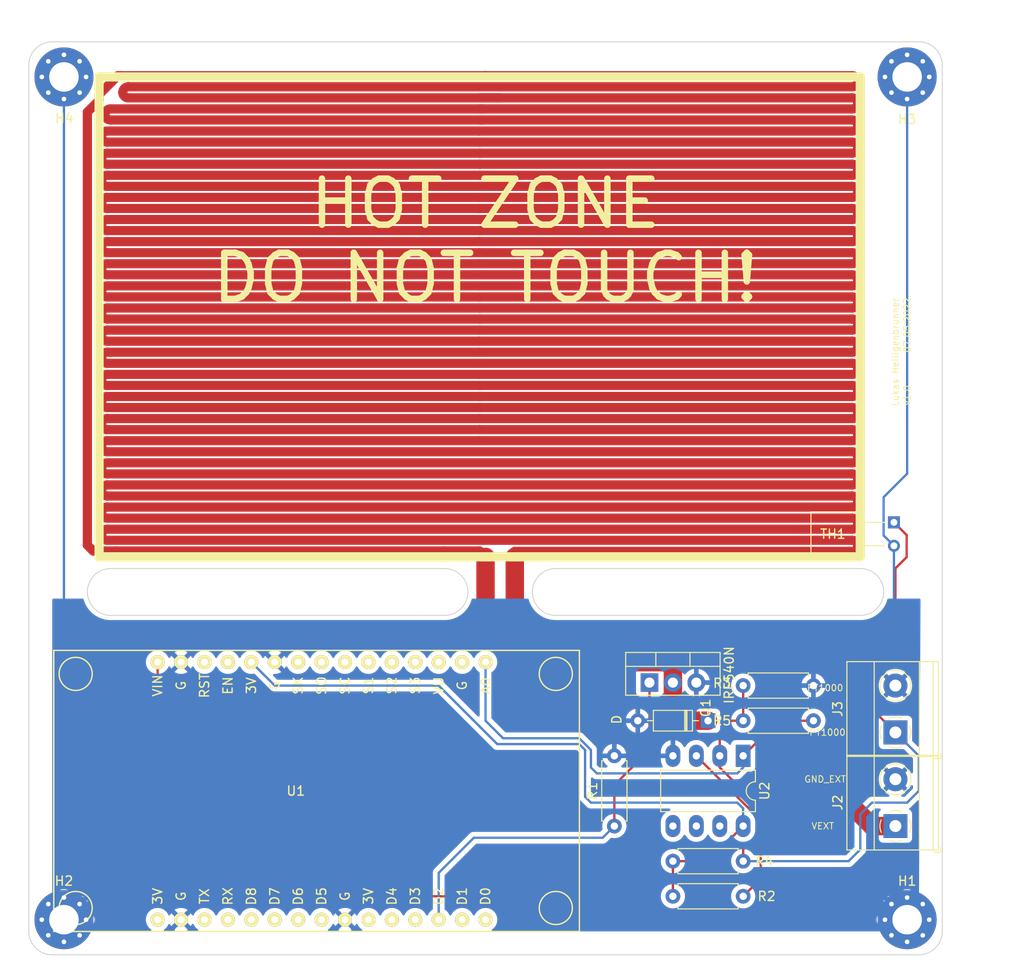
<source format=kicad_pcb>
(kicad_pcb (version 20211014) (generator pcbnew)

  (general
    (thickness 1.6)
  )

  (paper "A4")
  (title_block
    (title "SMD Reflow Solder")
    (rev "v1.0")
    (company "Lukas Heiligenbrunner")
  )

  (layers
    (0 "F.Cu" signal)
    (31 "B.Cu" signal)
    (32 "B.Adhes" user "B.Adhesive")
    (33 "F.Adhes" user "F.Adhesive")
    (34 "B.Paste" user)
    (35 "F.Paste" user)
    (36 "B.SilkS" user "B.Silkscreen")
    (37 "F.SilkS" user "F.Silkscreen")
    (38 "B.Mask" user)
    (39 "F.Mask" user)
    (40 "Dwgs.User" user "User.Drawings")
    (41 "Cmts.User" user "User.Comments")
    (42 "Eco1.User" user "User.Eco1")
    (43 "Eco2.User" user "User.Eco2")
    (44 "Edge.Cuts" user)
    (45 "Margin" user)
    (46 "B.CrtYd" user "B.Courtyard")
    (47 "F.CrtYd" user "F.Courtyard")
    (48 "B.Fab" user)
    (49 "F.Fab" user)
    (50 "User.1" user)
    (51 "User.2" user)
    (52 "User.3" user)
    (53 "User.4" user)
    (54 "User.5" user)
    (55 "User.6" user)
    (56 "User.7" user)
    (57 "User.8" user)
    (58 "User.9" user)
  )

  (setup
    (stackup
      (layer "F.SilkS" (type "Top Silk Screen"))
      (layer "F.Paste" (type "Top Solder Paste"))
      (layer "F.Mask" (type "Top Solder Mask") (thickness 0.01))
      (layer "F.Cu" (type "copper") (thickness 0.035))
      (layer "dielectric 1" (type "core") (thickness 1.51) (material "FR4") (epsilon_r 4.5) (loss_tangent 0.02))
      (layer "B.Cu" (type "copper") (thickness 0.035))
      (layer "B.Mask" (type "Bottom Solder Mask") (thickness 0.01))
      (layer "B.Paste" (type "Bottom Solder Paste"))
      (layer "B.SilkS" (type "Bottom Silk Screen"))
      (copper_finish "None")
      (dielectric_constraints no)
    )
    (pad_to_mask_clearance 0)
    (pcbplotparams
      (layerselection 0x00010fc_ffffffff)
      (disableapertmacros false)
      (usegerberextensions false)
      (usegerberattributes true)
      (usegerberadvancedattributes true)
      (creategerberjobfile true)
      (svguseinch false)
      (svgprecision 6)
      (excludeedgelayer true)
      (plotframeref false)
      (viasonmask false)
      (mode 1)
      (useauxorigin false)
      (hpglpennumber 1)
      (hpglpenspeed 20)
      (hpglpendiameter 15.000000)
      (dxfpolygonmode true)
      (dxfimperialunits true)
      (dxfusepcbnewfont true)
      (psnegative false)
      (psa4output false)
      (plotreference true)
      (plotvalue true)
      (plotinvisibletext false)
      (sketchpadsonfab false)
      (subtractmaskfromsilk false)
      (outputformat 1)
      (mirror false)
      (drillshape 0)
      (scaleselection 1)
      (outputdirectory "out/")
    )
  )

  (net 0 "")
  (net 1 "unconnected-(U1-Pad2)")
  (net 2 "unconnected-(U1-Pad4)")
  (net 3 "unconnected-(U1-Pad5)")
  (net 4 "unconnected-(U1-Pad6)")
  (net 5 "unconnected-(U1-Pad7)")
  (net 6 "unconnected-(U1-Pad8)")
  (net 7 "unconnected-(U1-Pad9)")
  (net 8 "unconnected-(U1-Pad12)")
  (net 9 "unconnected-(U1-Pad13)")
  (net 10 "unconnected-(U1-Pad16)")
  (net 11 "unconnected-(U1-Pad18)")
  (net 12 "unconnected-(U1-Pad19)")
  (net 13 "unconnected-(U1-Pad20)")
  (net 14 "unconnected-(U1-Pad21)")
  (net 15 "unconnected-(U1-Pad22)")
  (net 16 "unconnected-(U1-Pad23)")
  (net 17 "unconnected-(U1-Pad25)")
  (net 18 "unconnected-(U1-Pad26)")
  (net 19 "unconnected-(U1-Pad27)")
  (net 20 "unconnected-(U1-Pad29)")
  (net 21 "unconnected-(U1-Pad30)")
  (net 22 "VCC")
  (net 23 "GND")
  (net 24 "PT1000")
  (net 25 "+3V3")
  (net 26 "Net-(R2-Pad2)")
  (net 27 "D2")
  (net 28 "ADC0")
  (net 29 "unconnected-(U1-Pad3)")
  (net 30 "unconnected-(U2-Pad5)")
  (net 31 "unconnected-(U2-Pad6)")
  (net 32 "unconnected-(U2-Pad7)")

  (footprint "Resistor_THT:R_Axial_DIN0207_L6.3mm_D2.5mm_P7.62mm_Horizontal" (layer "F.Cu") (at 184.15 110.49))

  (footprint "MountingHole:MountingHole_3.2mm_M3_Pad_Via" (layer "F.Cu") (at 118.11 116.84))

  (footprint "Package_TO_SOT_THT:TO-220-3_Vertical" (layer "F.Cu") (at 181.61 91.115))

  (footprint "TerminalBlock_Phoenix:TerminalBlock_Phoenix_MKDS-1,5-2-5.08_1x02_P5.08mm_Horizontal" (layer "F.Cu") (at 208.28 96.52 90))

  (footprint "TerminalBlock_Phoenix:TerminalBlock_Phoenix_MKDS-1,5-2-5.08_1x02_P5.08mm_Horizontal" (layer "F.Cu") (at 208.28 106.68 90))

  (footprint "Resistor_THT:R_Axial_DIN0207_L6.3mm_D2.5mm_P7.62mm_Horizontal" (layer "F.Cu") (at 191.77 91.44))

  (footprint "Package_DIP:DIP-8_W7.62mm_LongPads" (layer "F.Cu") (at 191.77 99.06 -90))

  (footprint "MountingHole:MountingHole_3.2mm_M3_Pad_Via" (layer "F.Cu") (at 209.55 116.84))

  (footprint "ESP8266:NodeMCU-LoLinV3" (layer "F.Cu") (at 143.51 102.87 -90))

  (footprint "Package_TO_SOT_THT:TO-92-2_Horizontal1" (layer "F.Cu") (at 208.12 73.73 -90))

  (footprint "Resistor_THT:R_Axial_DIN0207_L6.3mm_D2.5mm_P7.62mm_Horizontal" (layer "F.Cu") (at 184.15 114.3))

  (footprint "MountingHole:MountingHole_3.2mm_M3_Pad_Via" (layer "F.Cu") (at 209.55 25.4))

  (footprint "Resistor_THT:R_Axial_DIN0207_L6.3mm_D2.5mm_P7.62mm_Horizontal" (layer "F.Cu") (at 177.8 106.68 90))

  (footprint "MountingHole:MountingHole_3.2mm_M3_Pad_Via" (layer "F.Cu") (at 118.11 25.4))

  (footprint "Resistor_THT:R_Axial_DIN0207_L6.3mm_D2.5mm_P7.62mm_Horizontal" (layer "F.Cu") (at 191.77 95.25))

  (footprint "Diode_THT:D_DO-35_SOD27_P7.62mm_Horizontal" (layer "F.Cu") (at 187.96 95.25 180))

  (gr_rect (start 121.92 25.4) (end 204.47 77.47) (layer "F.SilkS") (width 1) (fill none) (tstamp a152f063-a703-4c36-8f3f-666948886637))
  (gr_arc (start 123.19 83.82) (mid 120.65 81.28) (end 123.19 78.74) (layer "Edge.Cuts") (width 0.1) (tstamp 0bc88e76-2e2e-4cb4-8e06-f1c4d1253f61))
  (gr_arc (start 210.82 21.59) (mid 212.616051 22.333949) (end 213.36 24.13) (layer "Edge.Cuts") (width 0.1) (tstamp 2636e8c7-1d19-4048-89cd-0d5a1d0f3616))
  (gr_arc (start 213.36 118.11) (mid 212.616051 119.906051) (end 210.82 120.65) (layer "Edge.Cuts") (width 0.1) (tstamp 2d4ebdf5-600b-4a02-80c0-8613d77fd7f0))
  (gr_line (start 201.93 78.74) (end 204.47 78.74) (layer "Edge.Cuts") (width 0.1) (tstamp 363bb7e6-1115-48f7-9136-7e6eab648124))
  (gr_arc (start 171.45 83.82) (mid 168.91 81.28) (end 171.45 78.74) (layer "Edge.Cuts") (width 0.1) (tstamp 405a66d1-a84f-4752-83f8-f967dce9abca))
  (gr_line (start 201.93 83.82) (end 204.47 83.82) (layer "Edge.Cuts") (width 0.1) (tstamp 4cf7da03-5332-486c-aa34-68bf70cf8801))
  (gr_arc (start 204.47 78.74) (mid 207.01 81.28) (end 204.47 83.82) (layer "Edge.Cuts") (width 0.1) (tstamp 4f68486f-1ea9-4e69-9cf5-2365ef35979a))
  (gr_line (start 123.19 78.74) (end 156.845 78.74) (layer "Edge.Cuts") (width 0.1) (tstamp 55c15fc5-b5a9-43d7-9a88-bfa97086aa39))
  (gr_line (start 213.36 24.13) (end 213.36 116.84) (layer "Edge.Cuts") (width 0.1) (tstamp 5d52ecb2-7703-429d-9d6e-1d4065ec19b2))
  (gr_line (start 210.82 120.65) (end 116.84 120.65) (layer "Edge.Cuts") (width 0.1) (tstamp 67057d04-651f-4f55-b582-bd74269f0054))
  (gr_line (start 213.36 118.11) (end 213.36 116.84) (layer "Edge.Cuts") (width 0.1) (tstamp 6c4a9c47-b39e-4116-af07-d25fc075bc01))
  (gr_line (start 114.3 118.11) (end 114.3 24.13) (layer "Edge.Cuts") (width 0.1) (tstamp 6db957e6-8fd4-410a-83f4-6133ad518c4b))
  (gr_line (start 171.45 83.82) (end 201.93 83.82) (layer "Edge.Cuts") (width 0.1) (tstamp 84a61bcc-edb3-4f0a-b5ee-67ea7bf5fa50))
  (gr_arc (start 116.84 120.65) (mid 115.043949 119.906051) (end 114.3 118.11) (layer "Edge.Cuts") (width 0.1) (tstamp 8b9d1094-885a-498f-86cb-850195ff9047))
  (gr_line (start 171.45 78.74) (end 201.93 78.74) (layer "Edge.Cuts") (width 0.1) (tstamp a1c6121a-19fb-479d-8c88-f5f8bb896184))
  (gr_arc (start 114.3 24.13) (mid 115.043949 22.333949) (end 116.84 21.59) (layer "Edge.Cuts") (width 0.1) (tstamp aad4a83b-8cef-4ca6-99f0-718b538fd271))
  (gr_line (start 156.845 83.82) (end 159.385 83.82) (layer "Edge.Cuts") (width 0.1) (tstamp b7c39487-8f7b-4aac-a9b0-b8fb38f6405f))
  (gr_arc (start 159.385 78.74) (mid 161.925 81.28) (end 159.385 83.82) (layer "Edge.Cuts") (width 0.1) (tstamp bdbe3975-c63b-4400-934b-fd1b510361dc))
  (gr_line (start 116.84 21.59) (end 209.55 21.59) (layer "Edge.Cuts") (width 0.1) (tstamp ea5b4bfa-1915-4f97-877e-c393576dc740))
  (gr_line (start 156.845 78.74) (end 159.385 78.74) (layer "Edge.Cuts") (width 0.1) (tstamp f19a8eae-0230-4222-8201-8ff4c3ccb72a))
  (gr_line (start 123.19 83.82) (end 156.845 83.82) (layer "Edge.Cuts") (width 0.1) (tstamp f4e04a35-1b53-42a6-9fe4-09d51277124a))
  (gr_line (start 209.55 21.59) (end 210.82 21.59) (layer "Edge.Cuts") (width 0.1) (tstamp fe420f77-c9eb-481c-b9f6-270370590034))
  (gr_text "07.05.2022" (at 209.55 52.324 90) (layer "F.SilkS") (tstamp 09415402-d276-45b7-afb8-bf3974bf2a44)
    (effects (font (size 0.7 0.7) (thickness 0.1)))
  )
  (gr_text "Lukas Heiligenbrunner" (at 208.28 55.245 90) (layer "F.SilkS") (tstamp 0b1e5997-7cd1-4f74-a1f7-9972c74a00be)
    (effects (font (size 0.7 0.7) (thickness 0.1)))
  )
  (gr_text "PT1000" (at 200.66 91.694) (layer "F.SilkS") (tstamp 3b1c1768-766c-42cf-92e2-5ac179219634)
    (effects (font (size 0.7 0.7) (thickness 0.1)))
  )
  (gr_text "GND_EXT" (at 200.66 101.6) (layer "F.SilkS") (tstamp 4d8e08e2-d2ef-4e0b-94c4-a7c14b74b020)
    (effects (font (size 0.7 0.7) (thickness 0.1)))
  )
  (gr_text "HOT ZONE\nDO NOT TOUCH!" (at 163.83 43.18) (layer "F.SilkS") (tstamp 60e61964-6ea7-468c-b4d5-c464c2964fb4)
    (effects (font (size 5 5) (thickness 0.7)))
  )
  (gr_text "v1.0" (at 209.55 59.944 90) (layer "F.SilkS") (tstamp 842d9caa-951d-4df6-879c-ca93fb99c460)
    (effects (font (size 0.7 0.7) (thickness 0.1)))
  )
  (gr_text "PT1000" (at 200.914 96.52) (layer "F.SilkS") (tstamp b8ff5247-d7e9-49b7-a0d1-efa1eb141922)
    (effects (font (size 0.7 0.7) (thickness 0.1)))
  )
  (gr_text "VEXT" (at 200.406 106.68) (layer "F.SilkS") (tstamp f969ddd1-ef60-44d4-a55e-2fbb2fa16c5f)
    (effects (font (size 0.7 0.7) (thickness 0.1)))
  )
  (dimension (type aligned) (layer "Cmts.User") (tstamp 2d888120-70b2-4ada-b93e-953b16efebf9)
    (pts (xy 213.434615 21.59) (xy 213.434615 120.65))
    (height -5.005385)
    (gr_text "99.0600 mm" (at 217.29 71.12 90) (layer "Cmts.User") (tstamp 2d888120-70b2-4ada-b93e-953b16efebf9)
      (effects (font (size 1 1) (thickness 0.15)))
    )
    (format (units 3) (units_format 1) (precision 4))
    (style (thickness 0.15) (arrow_length 1.27) (text_position_mode 0) (extension_height 0.58642) (extension_offset 0.5) keep_text_aligned)
  )
  (dimension (type aligned) (layer "Cmts.User") (tstamp ac285884-6f03-4659-9705-75f1c21b3d37)
    (pts (xy 114.3 21.59) (xy 213.434615 21.59))
    (height -2.54)
    (gr_text "99.1346 mm" (at 163.867307 17.9) (layer "Cmts.User") (tstamp ac285884-6f03-4659-9705-75f1c21b3d37)
      (effects (font (size 1 1) (thickness 0.15)))
    )
    (format (units 3) (units_format 1) (precision 4))
    (style (thickness 0.15) (arrow_length 1.27) (text_position_mode 0) (extension_height 0.58642) (extension_offset 0.5) keep_text_aligned)
  )

  (segment (start 163.195 31.26997) (end 203.595 31.26997) (width 1) (layer "F.Cu") (net 22) (tstamp 00c49c24-fa02-4bb5-9f8f-2c16f6859afc))
  (segment (start 203.595 42.06998) (end 163.195 42.069979) (width 1) (layer "F.Cu") (net 22) (tstamp 025a693f-4071-4aa2-b7ff-99241bde17ad))
  (segment (start 163.195 62.469996) (end 203.595 62.469996) (width 1) (layer "F.Cu") (net 22) (tstamp 053da029-9baf-4dae-be35-19092d3b3ac8))
  (segment (start 203.595 27.669968) (end 163.195 27.669967) (width 1) (layer "F.Cu") (net 22) (tstamp 05465dab-68e4-43ee-8fa8-6820213376cf))
  (segment (start 163.195 34.869973) (end 122.795 34.869973) (width 1) (layer "F.Cu") (net 22) (tstamp 056b6957-c3a9-4470-932c-3c17802776df))
  (segment (start 203.595 68.47) (end 122.795 68.47) (width 1) (layer "F.Cu") (net 22) (tstamp 05b91425-aad6-49ee-8740-a96de404833e))
  (segment (start 122.795 38.469977) (end 163.195 38.469976) (width 1) (layer "F.Cu") (net 22) (tstamp 0995e392-6b3e-4a0b-8d7d-28501414ecc0))
  (segment (start 121.92 27.94) (end 121.285 28.575) (width 1) (layer "F.Cu") (net 22) (tstamp 0a1e2f4c-b0b8-4ee3-aa79-98c2de465440))
  (segment (start 122.795 31.269971) (end 163.195 31.26997) (width 1) (layer "F.Cu") (net 22) (tstamp 0adc4f52-4aa9-4047-81e5-80f651f6b595))
  (segment (start 124.329965 25.269965) (end 123.955035 25.269965) (width 1) (layer "F.Cu") (net 22) (tstamp 0e643485-d111-4e36-8c16-7e2f167cd000))
  (segment (start 122.795 62.469997) (end 163.195 62.469996) (width 1) (layer "F.Cu") (net 22) (tstamp 1049e344-86ce-4b21-9b0b-0c2a966cfdb2))
  (segment (start 167.64 88.9) (end 163.83 85.09) (width 2) (layer "F.Cu") (net 22) (tstamp 11ba7bcf-6e1b-4093-93c8-a5f6f15fcb2d))
  (segment (start 203.595 49.269986) (end 163.195 49.269985) (width 1) (layer "F.Cu") (net 22) (tstamp 128f684c-e58d-45f7-b47a-08f15fdbc546))
  (segment (start 163.195 64.869998) (end 203.595 64.869998) (width 1) (layer "F.Cu") (net 22) (tstamp 12969465-b21d-48c9-9674-38371543ee82))
  (segment (start 165.495 27.669967) (end 125.095 27.669967) (width 1) (layer "F.Cu") (net 22) (tstamp 13ad187f-20a7-4541-b5ff-59354daa6024))
  (segment (start 163.195 46.869983) (end 122.795 46.869983) (width 1) (layer "F.Cu") (net 22) (tstamp 14e26d17-31cf-474c-959e-0c5db48ed358))
  (segment (start 163.195 36.069974) (end 203.595 36.069974) (width 1) (layer "F.Cu") (net 22) (tstamp 14e3a03a-f73d-42bc-8ef5-2bf09a6bf2ac))
  (segment (start 163.195 54.069989) (end 122.795 54.069989) (width 1) (layer "F.Cu") (net 22) (tstamp 1a281d00-6fa5-46a3-bddb-f0be170b6e15))
  (segment (start 163.195 51.669987) (end 122.795 51.669987) (width 1) (layer "F.Cu") (net 22) (tstamp 1f82f067-196f-424c-b112-cc4d9c1424c3))
  (segment (start 179.07 114.3) (end 181.61 116.84) (width 0.25) (layer "F.Cu") (net 22) (tstamp 1fa91111-ab72-45d6-9052-31f54cf8cb24))
  (segment (start 121.285 76.835) (end 123.825 76.835) (width 1) (layer "F.Cu") (net 22) (tstamp 20e70d5f-7ee3-4564-8e38-771bcc35259b))
  (segment (start 122.795 74.47) (end 203.595 74.47) (width 1) (layer "F.Cu") (net 22) (tstamp 20ec9e03-fb84-4ea4-9756-5814b6c50c40))
  (segment (start 121.285 28.575) (end 120.65 29.21) (width 1) (layer "F.Cu") (net 22) (tstamp 253520aa-3f8b-46c6-9d60-21ccce71bb76))
  (segment (start 203.595 37.269976) (end 163.195 37.269975) (width 1) (layer "F.Cu") (net 22) (tstamp 289b2c71-fb8f-4044-95f3-61cf01a3cb55))
  (segment (start 167.005 76.87) (end 203.595 76.87) (width 1) (layer "F.Cu") (net 22) (tstamp 29335626-334c-48ee-bfb0-23f7a003767b))
  (segment (start 122.795 67.27) (end 203.595 67.27) (width 1) (layer "F.Cu") (net 22) (tstamp 305c87ba-7535-42c3-adfb-12b2744e34f1))
  (segment (start 128.27 111.76) (end 130.81 114.3) (width 0.25) (layer "F.Cu") (net 22) (tstamp 32e89bcc-cde7-41d9-8a90-e452de001392))
  (segment (start 163.195 50.469986) (end 203.595 50.469986) (width 1) (layer "F.Cu") (net 22) (tstamp 34933c4b-ad29-4e81-9097-c3f5b62a01bb))
  (segment (start 181.61 116.84) (end 201.93 116.84) (width 0.25) (layer "F.Cu") (net 22) (tstamp 34a811ee-c848-4c2e-8d75-9176061c1d96))
  (segment (start 167.005 83.82) (end 167.005 77.47) (width 2) (layer "F.Cu") (net 22) (tstamp 3b540f21-f367-49ba-b243-577231ab7ca6))
  (segment (start 163.195 55.26999) (end 203.595 55.26999) (width 1) (layer "F.Cu") (net 22) (tstamp 3f9ec3f4-0a7a-45ed-93d3-0753b5a87335))
  (segment (start 203.595 58.869994) (end 163.195 58.869993) (width 1) (layer "F.Cu") (net 22) (tstamp 45beae1e-bc53-460c-a35d-b55c04d322bd))
  (segment (start 187.96 95.25) (end 185.16 95.25) (width 2) (layer "F.Cu") (net 22) (tstamp 4ad26248-4d57-4a59-b21a-424d7a43ab9d))
  (segment (start 122.795 69.67) (end 203.595 69.67) (width 1) (layer "F.Cu") (net 22) (tstamp 4d0cf354-6cba-409e-8b1f-01c25193e27f))
  (segment (start 122.555 26.67) (end 121.92 27.305) (width 1) (layer "F.Cu") (net 22) (tstamp 4eed7352-f774-432b-9d3d-9088c1f91f04))
  (segment (start 163.195 52.869988) (end 203.595 52.869988) (width 1) (layer "F.Cu") (net 22) (tstamp 4eef0f6a-3440-4be7-9578-b69b7634d376))
  (segment (start 163.195 56.469991) (end 122.795 56.469991) (width 1) (layer "F.Cu") (net 22) (tstamp 4fa820d0-79d3-4cca-9446-4abf72b5b8eb))
  (segment (start 163.195 60.069994) (end 203.595 60.069994) (width 1) (layer "F.Cu") (net 22) (tstamp 59196db6-0fe7-4320-980f-621687432c82))
  (segment (start 208.585 106.685) (end 205.745 106.685) (width 2) (layer "F.Cu") (net 22) (tstamp 59ecad3a-03c7-4666-8831-22ddef786059))
  (segment (start 203.595 75.67) (end 122.795 75.67) (width 1) (layer "F.Cu") (net 22) (tstamp 5fd2b6bc-ef91-42d5-9099-c14240d7811b))
  (segment (start 163.195 58.869993) (end 122.795 58.869993) (width 1) (layer "F.Cu") (net 22) (tstamp 61fd858c-f09a-4ebf-8259-fccaf4ad67b2))
  (segment (start 163.195 38.469976) (end 203.595 38.469976) (width 1) (layer "F.Cu") (net 22) (tstamp 659d0b4e-837a-4aaf-81f2-838470316c05))
  (segment (start 184.15 94.24) (end 184.15 91.115) (width 2) (layer "F.Cu") (net 22) (tstamp 6649df7f-fb63-42ca-9cf0-66f6816034fc))
  (segment (start 122.795 60.069995) (end 163.195 60.069994) (width 1) (layer "F.Cu") (net 22) (tstamp 666c05f4-d222-40f6-8b54-fe5beead07bc))
  (segment (start 123.825 76.835) (end 159.385 76.835) (width 1) (layer "F.Cu") (net 22) (tstamp 66c1e686-50d1-4b5d-80b0-06d90a43a98e))
  (segment (start 159.385 76.835) (end 163.195 76.835) (width 1) (layer "F.Cu") (net 22) (tstamp 66c4f311-7152-4d75-aea5-0375005c6cd8))
  (segment (start 203.595 34.869974) (end 163.195 34.869973) (width 1) (layer "F.Cu") (net 22) (tstamp 68ede9e9-7176-40d9-90f2-f8e98d5fcf72))
  (segment (start 121.92 27.305) (end 121.92 27.94) (width 1) (layer "F.Cu") (net 22) (tstamp 6cb885f6-ed55-49f0-9c28-5ad0de8c9aa2))
  (segment (start 169.545 86.36) (end 167.005 83.82) (width 2) (layer "F.Cu") (net 22) (tstamp 6ec10226-9e5e-4f7f-9ecb-402526e1f58c))
  (segment (start 122.795 43.269981) (end 163.195 43.26998) (width 1) (layer "F.Cu") (net 22) (tstamp 6f0c5844-d585-49ba-bad5-168567b30d18))
  (segment (start 203.595 51.669988) (end 163.195 51.669987) (width 1) (layer "F.Cu") (net 22) (tstamp 75043c22-936a-48db-b0cd-523e6221c3fe))
  (segment (start 163.195 40.869978) (end 203.595 40.869978) (width 1) (layer "F.Cu") (net 22) (tstamp 7c9dee9e-2cc4-471b-8e98-76d17bb22cb0))
  (segment (start 203.595 73.27) (end 122.795 73.27) (width 1) (layer "F.Cu") (net 22) (tstamp 7cf6bb0d-3065-461f-a243-7766a5a5e8fc))
  (segment (start 201.93 86.36) (end 169.545 86.36) (width 2) (layer "F.Cu") (net 22) (tstamp 7e4a9392-d210-46be-a648-8122de237b21))
  (segment (start 122.795 52.869989) (end 163.195 52.869988) (width 1) (layer "F.Cu") (net 22) (tstamp 7f9768b6-ac9f-4892-b87b-b82b54bcba05))
  (segment (start 203.595 30.06997) (end 163.195 30.069969) (width 1) (layer "F.Cu") (net 22) (tstamp 7fe23449-fd56-4274-b6c4-babd05e071e4))
  (segment (start 125.095 26.469967) (end 125.095001 26.469966) (width 1) (layer "F.Cu") (net 22) (tstamp 8409b6ee-0ed3-4f14-a0d3-13c2f09c14ac))
  (segment (start 122.795 72.07) (end 203.595 72.07) (width 1) (layer "F.Cu") (net 22) (tstamp 841a2dd6-7fe0-4111-98f4-e8b1159d83b6))
  (segment (start 163.195 42.069979) (end 122.795 42.069979) (width 1) (layer "F.Cu") (net 22) (tstamp 8af83f89-8a89-412b-8b3e-2856f940f39a))
  (segment (start 163.195 49.269985) (end 122.795 49.269985) (width 1) (layer "F.Cu") (net 22) (tstamp 8c9b713c-62be-4d0a-971f-064a20be5fb9))
  (segment (start 122.795 64.869999) (end 163.195 64.869998) (width 1) (layer "F.Cu") (net 22) (tstamp 8e8d4dab-aa7e-4a85-9130-95386a0533b5))
  (segment (start 203.595 56.469992) (end 163.195 56.469991) (width 1) (layer "F.Cu") (net 22) (tstamp 8eecd065-6fd8-4781-8bbb-dcfa48e2fae8))
  (segment (start 167.005 76.87) (end 167.005 77.47) (width 1) (layer "F.Cu") (net 22) (tstamp 9143e0ea-2495-4a72-b74f-588bb4a0bd82))
  (segment (start 120.65 29.21) (end 120.65 76.2) (width 1) (layer "F.Cu") (net 22) (tstamp 955bcaf0-9fb1-42a2-aa9e-1e5ba9a3f733))
  (segment (start 205.745 113.025) (end 205.745 106.685) (width 0.25) (layer "F.Cu") (net 22) (tstamp 96daff65-db96-4e51-b843-dce13d338959))
  (segment (start 122.795 36.069975) (end 163.195 36.069974) (width 1) (layer "F.Cu") (net 22) (tstamp 98694d7c-719b-48c1-9c24-58782d741c3e))
  (segment (start 203.595 32.469972) (end 163.195 32.469971) (width 1) (layer "F.Cu") (net 22) (tstamp 9baea1c2-7292-466c-ac3c-faba4fb736cf))
  (segment (start 163.195 63.669997) (end 122.795 63.669997) (width 1) (layer "F.Cu") (net 22) (tstamp 9ce756c5-4e37-4237-9960-6376530d76e0))
  (segment (start 203.595 63.669998) (end 163.195 63.669997) (width 1) (layer "F.Cu") (net 22) (tstamp 9d892995-a075-427a-8b7a-d86b68fb0d08))
  (segment (start 163.555 30.069969) (end 123.155 30.069969) (width 1) (layer "F.Cu") (net 22) (tstamp 9f452dc2-1506-4a82-b59d-10f26cecb000))
  (segment (start 185.16 95.25) (end 184.15 94.24) (width 2) (layer "F.Cu") (net 22) (tstamp 9fd88bdb-0332-411a-9311-aaf488d4bb4e))
  (segment (start 203.595 54.06999) (end 163.195 54.069989) (width 1) (layer "F.Cu") (net 22) (tstamp a563e8fc-09cf-4604-af27-0a2b39806392))
  (segment (start 122.795 45.669983) (end 163.195 45.669982) (width 1) (layer "F.Cu") (net 22) (tstamp a74b2067-f102-4d70-8bef-b7d7b7103a1f))
  (segment (start 122.795 57.669993) (end 163.195 57.669992) (width 1) (layer "F.Cu") (net 22) (tstamp ac4972ac-a6e2-4bde-94c6-f59a29455422))
  (segment (start 122.795 48.069985) (end 163.195 48.069984) (width 1) (layer "F.Cu") (net 22) (tstamp ac65d7e5-8d37-4ad2-b44a-c6827695a55d))
  (segment (start 130.81 114.3) (end 179.07 114.3) (width 0.25) (layer "F.Cu") (net 22) (tstamp ad5798ae-dc01-41c7-8480-56c0574d5f53))
  (segment (start 122.795 33.669973) (end 163.195 33.669972) (width 1) (layer "F.Cu") (net 22) (tstamp ad5dd660-a08f-4e11-8eed-d384464f4b53))
  (segment (start 128.27 88.9) (end 128.27 111.76) (width 0.25) (layer "F.Cu") (net 22) (tstamp ad663d44-1b62-4924-9d89-035fcbecdc6a))
  (segment (start 163.195 44.469981) (end 122.795 44.469981) (width 1) (layer "F.Cu") (net 22) (tstamp ad72ae36-220b-4090-8e7f-ba3303752e03))
  (segment (start 163.195 66.069999) (end 122.795 66.069999) (width 1) (layer "F.Cu") (net 22) (tstamp ae460e76-e2d6-4d6b-a92a-bb385de3b769))
  (segment (start 163.195 33.669972) (end 203.595 33.669972) (width 1) (layer "F.Cu") (net 22) (tstamp b004be41-19f4-4bdb-9100-99e3e39beefc))
  (segment (start 125.095001 26.469966) (end 203.595 26.469966) (width 1) (layer "F.Cu") (net 22) (tstamp b4c889b8-a3fc-4833-b8de-3636b3b3c0da))
  (segment (start 163.195 43.26998) (end 203.595 43.26998) (width 1) (layer "F.Cu") (net 22) (tstamp b56841ee-427a-4b49-93f8-b377cf897f4e))
  (segment (start 184.15 91.115) (end 184.15 89.303478) (width 2) (layer "F.Cu") (net 22) (tstamp b74d6e5f-82cf-47d0-9beb-f25fe4202b3d))
  (segment (start 123.955035 25.269965) (end 122.555 26.67) (width 1) (layer "F.Cu") (net 22) (tstamp b84e76dd-0ce6-4107-9932-e365910145c6))
  (segment (start 163.195 32.469971) (end 122.795 32.469971) (width 1) (layer "F.Cu") (net 22) (tstamp b87718bd-1fb3-4622-bfdc-4395efd3c93d))
  (segment (start 122.795 50.469987) (end 163.195 50.469986) (width 1) (layer "F.Cu") (net 22) (tstamp ba5d500f-a76e-47c5-8ee9-784a6ff80e75))
  (segment (start 163.195 28.869968) (end 203.595 28.869968) (width 1) (layer "F.Cu") (net 22) (tstamp baba532e-f51c-401b-853c-0553b4181edb))
  (segment (start 203.2 87.63) (end 201.93 86.36) (width 2) (layer "F.Cu") (net 22) (tstamp bb9bd28f-ce90-4f01-bd57-5bc8264fc1de))
  (segment (start 203.595 46.869984) (end 163.195 46.869983) (width 1) (layer "F.Cu") (net 22) (tstamp be35d15c-d086-4060-9b24-e8162791f76c))
  (segment (start 163.195 45.669982) (end 203.595 45.669982) (width 1) (layer "F.Cu") (net 22) (tstamp c433538f-3126-43cf-bce0-385b414f356a))
  (segment (start 163.195 76.835) (end 163.83 77.47) (width 1) (layer "F.Cu") (net 22) (tstamp c618343e-e3fe-4ea2-a0d2-34a6291192d2))
  (segment (start 203.595 66.07) (end 163.195 66.069999) (width 1) (layer "F.Cu") (net 22) (tstamp c91e692b-5a1f-425a-8ea2-168f6b119db5))
  (segment (start 163.195 57.669992) (end 203.595 57.669992) (width 1) (layer "F.Cu") (net 22) (tstamp ca696faa-2f13-4ca3-acbb-fc1d21caf438))
  (segment (start 123.155 28.869969) (end 163.555 28.869968) (width 1) (layer "F.Cu") (net 22) (tstamp ce8ccecf-d37b-43bc-87e6-fb4df66735d3))
  (segment (start 203.595 61.269996) (end 163.195 61.269995) (width 1) (layer "F.Cu") (net 22) (tstamp cf2cd12a-c90a-46f8-9390-fba5b09937c2))
  (segment (start 203.595 25.269966) (end 163.795 25.269965) (width 1) (layer "F.Cu") (net 22) (tstamp d0d73403-9d97-4743-920c-0b087d128703))
  (segment (start 163.795 25.269965) (end 124.329965 25.269965) (width 1) (layer "F.Cu") (net 22) (tstamp d1b3e5d2-8e13-4b51-a6b9-b4dfc7cf5bde))
  (segment (start 163.195 37.269975) (end 122.795 37.269975) (width 1) (layer "F.Cu") (net 22) (tstamp d2da4af9-fb87-47ec-8105-1060e2490ec5))
  (segment (start 201.93 116.84) (end 205.745 113.025) (width 0.25) (layer "F.Cu") (net 22) (tstamp d3af0cc4-b680-4806-b1eb-effcc59a9c55))
  (segment (start 120.65 76.2) (end 121.285 76.835) (width 1) (layer "F.Cu") (net 22) (tstamp d7eff8e4-8c7d-451d-aefb-db3f916bcafd))
  (segment (start 203.2 104.14) (end 203.2 87.63) (width 2) (layer "F.Cu") (net 22) (tstamp da7fe5d7-d236-4aac-b6de-71d4cbe7aeb2))
  (segment (start 163.83 85.09) (end 163.83 77.47) (width 2) (layer "F.Cu") (net 22) (tstamp df369473-a2b4-469f-aca7-f61c08342751))
  (segment (start 163.195 61.269995) (end 122.795 61.269995) (width 1) (layer "F.Cu") (net 22) (tstamp e8503e88-dbf5-41d2-88ff-98c8bffe2adf))
  (segment (start 122.795 40.869979) (end 163.195 40.869978) (width 1) (layer "F.Cu") (net 22) (tstamp e89d6753-3b1b-4fdd-adf1-7d485324ee64))
  (segment (start 163.195 39.669977) (end 122.795 39.669977) (width 1) (layer "F.Cu") (net 22) (tstamp e8d5def1-efd0-493f-90d1-86f6f58e696f))
  (segment (start 122.795 55.269991) (end 163.195 55.26999) (width 1) (layer "F.Cu") (net 22) (tstamp ea6a0295-65fa-4095-ab70-42cea0776271))
  (segment (start 203.595 70.87) (end 122.795 70.87) (width 1) (layer "F.Cu") (net 22) (tstamp ec7729c3-7728-4324-b1a1-a7fcd8618e09))
  (segment (start 205.745 106.685) (end 203.2 104.14) (width 2) (layer "F.Cu") (net 22) (tstamp ef611875-aec2-4afd-9772-c8bdd0b82c42))
  (segment (start 184.15 89.303478) (end 183.746522 88.9) (width 2) (layer "F.Cu") (net 22) (tstamp f034c802-ec37-4ab1-9094-01ddefb51130))
  (segment (start 183.746522 88.9) (end 167.64 88.9) (width 2) (layer "F.Cu") (net 22) (tstamp f0fa1c87-2cee-4686-8d2f-981da3e3cc47))
  (segment (start 203.595 39.669978) (end 163.195 39.669977) (width 1) (layer "F.Cu") (net 22) (tstamp f1e737d6-313d-423e-8719-615ae5f44feb))
  (segment (start 163.195 48.069984) (end 203.595 48.069984) (width 1) (layer "F.Cu") (net 22) (tstamp f425f834-beb6-4452-816f-71b5909a8b83))
  (segment (start 203.595 44.469982) (end 163.195 44.469981) (width 1) (layer "F.Cu") (net 22) (tstamp f62fddf8-d0a3-4f90-83ee-5ed435f1ea5a))
  (arc (start 204.195 73.87) (mid 204.019264 73.445736) (end 203.595 73.27) (width 1) (layer "F.Cu") (net 22) (tstamp 0087cdde-c01d-4f73-8508-043a13b1f47c))
  (arc (start 122.195 65.469999) (mid 122.370736 65.045735) (end 122.795 64.869999) (width 1) (layer "F.Cu") (net 22) (tstamp 017f9586-faad-46da-9f47-ec88ea352430))
  (arc (start 204.195 52.269988) (mid 204.019264 51.845724) (end 203.595 51.669988) (width 1) (layer "F.Cu") (net 22) (tstamp 02c7301e-0042-442a-b601-ce607ced1f65))
  (arc (start 122.795 66.069999) (mid 122.370736 65.894263) (end 122.195 65.469999) (width 1) (layer "F.Cu") (net 22) (tstamp 045fda15-deea-41af-996d-e031f99c198f))
  (arc (start 122.795 51.669987) (mid 122.370736 51.494251) (end 122.195 51.069987) (width 1) (layer "F.Cu") (net 22) (tstamp 05dd91a8-1fb7-456c-87b1-88d1df40b7c8))
  (arc (start 204.195 71.47) (mid 204.019264 71.045736) (end 203.595 70.87) (width 1) (layer "F.Cu") (net 22) (tstamp 0b79bc60-8ee0-4a9f-b333-08afaf73c8bf))
  (arc (start 122.195 72.67) (mid 122.370736 72.245736) (end 122.795 72.07) (width 1) (layer "F.Cu") (net 22) (tstamp 0d030a4e-0df3-4b09-a32f-4dcd2ad2a757))
  (arc (start 122.795 44.469981) (mid 122.370736 44.294245) (end 122.195 43.869981) (width 1) (layer "F.Cu") (net 22) (tstamp 0d9053d8-f94d-4e60-be2b-fd3d813ced19))
  (arc (start 122.795 58.869993) (mid 122.370736 58.694257) (end 122.195 58.269993) (width 1) (layer "F.Cu") (net 22) (tstamp 0dec25fa-ab56-4691-90dd-394a6c02e3ac))
  (arc (start 122.195 34.269973) (mid 122.370736 33.845709) (end 122.795 33.669973) (width 1) (layer "F.Cu") (net 22) (tstamp 110d95f0-4f97-472b-a675-ca5d38da7bfe))
  (arc (start 203.595 50.469986) (mid 204.019264 50.29425) (end 204.195 49.869986) (width 1) (layer "F.Cu") (net 22) (tstamp 11363c1e-61e8-4366-91e5-be1f2f3bad0a))
  (arc (start 122.795 75.67) (mid 122.370736 75.494264) (end 122.195 75.07) (width 1) (layer "F.Cu") (net 22) (tstamp 1b6e7343-d0ef-49a4-8c29-1694e8fae756))
  (arc (start 203.595 69.67) (mid 204.019264 69.494264) (end 204.195 69.07) (width 1) (layer "F.Cu") (net 22) (tstamp 28f56385-c371-4bbe-a119-68e37769280f))
  (arc (start 203.595 31.26997) (mid 204.019264 31.094234) (end 204.195 30.66997) (width 1) (layer "F.Cu") (net 22) (tstamp 2d0913b6-7d96-42e3-a92f-6267c437e548))
  (arc (start 122.795 46.869983) (mid 122.370736 46.694247) (end 122.195 46.269983) (width 1) (layer "F.Cu") (net 22) (tstamp 304ac504-f49e-4246-a2f2-de5699a9f68d))
  (arc (start 204.195 54.66999) (mid 204.019264 54.245726) (end 203.595 54.06999) (width 1) (layer "F.Cu") (net 22) (tstamp 381642ea-3d59-4fd6-aa31-d58766119cfd))
  (arc (start 204.195 25.869966) (mid 204.019264 25.445702) (end 203.595 25.269966) (width 1) (layer "F.Cu") (net 22) (tstamp 3c333028-cb48-4a61-af54-41c7197149c0))
  (arc (start 204.195 45.069982) (mid 204.019264 44.645718) (end 203.595 44.469982) (width 1) (layer "F.Cu") (net 22) (tstamp 3ff7219c-10b8-4b91-b02c-e675e58566f7))
  (arc (start 203.595 76.87) (mid 204.019264 76.694264) (end 204.195 76.27) (width 1) (layer "F.Cu") (net 22) (tstamp 418002fc-579b-490f-a965-bc3dff38ac23))
  (arc (start 122.795 68.47) (mid 122.370736 68.294264) (end 122.195 67.87) (width 1) (layer "F.Cu") (net 22) (tstamp 46c52a27-f0c8-441b-912f-907ff9013285))
  (arc (start 122.195 70.27) (mid 122.370736 69.845736) (end 122.795 69.67) (width 1) (layer "F.Cu") (net 22) (tstamp 494dbc2c-493a-4c6b-8982-29a2ac78faa8))
  (arc (start 122.795 54.069989) (mid 122.370736 53.894253) (end 122.195 53.469989) (width 1) (layer "F.Cu") (net 22) (tstamp 49c86edb-ad7a-4d6c-b991-7bf7fae9fe9e))
  (arc (start 122.195 51.069987) (mid 122.370736 50.645723) (end 122.795 50.469987) (width 1) (layer "F.Cu") (net 22) (tstamp 580b2ce8-7537-4b3f-b5a8-e394ceaf9382))
  (arc (start 203.595 72.07) (mid 204.019264 71.894264) (end 204.195 71.47) (width 1) (layer "F.Cu") (net 22) (tstamp 5a941b2b-5ec2-4ad3-ae73-2ef66c9f138a))
  (arc (start 122.555 29.469969) (mid 122.730736 29.045705) (end 123.155 28.869969) (width 1) (layer "F.Cu") (net 22) (tstamp 5c21f037-2a29-431c-ac29-a6256be17add))
  (arc (start 204.195 49.869986) (mid 204.019264 49.445722) (end 203.595 49.269986) (width 1) (layer "F.Cu") (net 22) (tstamp 60a390d0-4d9d-443e-811f-e7984111f8db))
  (arc (start 203.595 64.869998) (mid 204.019264 64.694262) (end 204.195 64.269998) (width 1) (layer "F.Cu") (net 22) (tstamp 66f6d495-a96f-46a3-b875-1b505adb1982))
  (arc (start 122.795 63.669997) (mid 122.370736 63.494261) (end 122.195 63.069997) (width 1) (layer "F.Cu") (net 22) (tstamp 6753638f-4291-464e-b0e0-da333670f45c))
  (arc (start 204.195 33.069972) (mid 204.019264 32.645708) (end 203.595 32.469972) (width 1) (layer "F.Cu") (net 22) (tstamp 68832f74-c1f8-44d1-a01a-01a103970d68))
  (arc (start 203.595 60.069994) (mid 204.019264 59.894258) (end 204.195 59.469994) (width 1) (layer "F.Cu") (net 22) (tstamp 6a4005a7-7217-483d-949f-cac7a311f5c3))
  (arc (start 122.195 63.069997) (mid 122.370736 62.645733) (end 122.795 62.469997) (width 1) (layer "F.Cu") (net 22) (tstamp 6ac29cd5-3fff-4a91-91c2-c0e1cb5a0710))
  (arc (start 124.495 27.069967) (mid 124.670736 26.645703) (end 125.095 26.469967) (width 1) (layer "F.Cu") (net 22) (tstamp 71bb060a-dec8-48de-aa40-1c1eac2a43cf))
  (arc (start 204.195 40.269978) (mid 204.019264 39.845714) (end 203.595 39.669978) (width 1) (layer "F.Cu") (net 22) (tstamp 72d5bc0f-ce21-4b79-b99a-adb62ef92001))
  (arc (start 122.795 56.469991) (mid 122.370736 56.294255) (end 122.195 55.869991) (width 1) (layer "F.Cu") (net 22) (tstamp 75440d8c-164b-4c6c-bb20-2ce532c08a69))
  (arc (start 122.195 46.269983) (mid 122.370736 45.845719) (end 122.795 45.669983) (width 1) (layer "F.Cu") (net 22) (tstamp 7b92aa5d-275c-4002-855e-637d48d86d0b))
  (arc (start 203.595 48.069984) (mid 204.019264 47.894248) (end 204.195 47.469984) (width 1) (layer "F.Cu") (net 22) (tstamp 7bf7f78e-d04b-4c6f-a8ab-69ecfbae25ab))
  (arc (start 122.195 67.87) (mid 122.370736 67.445736) (end 122.795 67.27) (width 1) (layer "F.Cu") (net 22) (tstamp 7dbbb538-88b7-4ce1-b500-58324e52d0d0))
  (arc (start 203.595 45.669982) (mid 204.019264 45.494246) (end 204.195 45.069982) (width 1) (layer "F.Cu") (net 22) (tstamp 7efc035b-12d4-4ead-ab29-366001acd2af))
  (arc (start 203.595 28.869968) (mid 204.019264 28.694232) (end 204.195 28.269968) (width 1) (layer "F.Cu") (net 22) (tstamp 84822627-910e-494f-ad1e-c00072c1d692))
  (arc (start 122.195 31.869971) (mid 122.370736 31.445707) (end 122.795 31.269971) (width 1) (layer "F.Cu") (net 22) (tstamp 865495c0-fa1b-446f-b09c-8d5b550cb73a))
  (arc (start 203.595 74.47) (mid 204.019264 74.294264) (end 204.195 73.87) (width 1) (layer "F.Cu") (net 22) (tstamp 8a332154-f5e9-4756-85e8-9462eb46c624))
  (arc (start 122.795 37.269975) (mid 122.370736 37.094239) (end 122.195 36.669975) (width 1) (layer "F.Cu") (net 22) (tstamp 90209a8b-68c1-4d87-9ec2-dd129349049d))
  (arc (start 122.795 70.87) (mid 122.370736 70.694264) (end 122.195 70.27) (width 1) (layer "F.Cu") (net 22) (tstamp 953e2e7a-d522-4a3e-9df0-b6e5f788d5b9))
  (arc (start 203.595 55.26999) (mid 204.019264 55.094254) (end 204.195 54.66999) (width 1) (layer "F.Cu") (net 22) (tstamp 9ca9423d-c8c2-40ee-9ef5-b7223c891816))
  (arc (start 203.595 67.27) (mid 204.019264 67.094264) (end 204.195 66.67) (width 1) (layer "F.Cu") (net 22) (tstamp a187dbbc-08ac-4146-9ec7-7e64cf998037))
  (arc (start 204.195 64.269998) (mid 204.019264 63.845734) (end 203.595 63.669998) (width 1) (layer "F.Cu") (net 22) (tstamp a72a1803-bd3c-4991-ae93-3abfb4a9cd70))
  (arc (start 203.595 62.469996) (mid 204.019264 62.29426) (end 204.195 61.869996) (width 1) (layer "F.Cu") (net 22) (tstamp aad38ed4-a525-408a-9cea-979090236fdd))
  (arc (start 122.195 53.469989) (mid 122.370736 53.045725) (end 122.795 52.869989) (width 1) (layer "F.Cu") (net 22) (tstamp af4a9bd5-2520-4a40-b4b0-0d6f4ac63aef))
  (arc (start 122.795 34.869973) (mid 122.370736 34.694237) (end 122.195 34.269973) (width 1) (layer "F.Cu") (net 22) (tstamp b13f73b1-0555-4196-a1b4-5457f0ad6372))
  (arc (start 204.195 69.07) (mid 204.019264 68.645736) (end 203.595 68.47) (width 1) (layer "F.Cu") (net 22) (tstamp b182ed7f-3304-4da0-9e9e-152cc85be66b))
  (arc (start 204.195 61.869996) (mid 204.019264 61.445732) (end 203.595 61.269996) (width 1) (layer "F.Cu") (net 22) (tstamp c0cada8c-253e-4493-88c6-0cf7ad118cd6))
  (arc (start 125.095 27.669967) (mid 124.670736 27.494231) (end 124.495 27.069967) (width 1) (layer "F.Cu") (net 22) (tstamp c2172f6e-7dcc-4b2e-ada5-dbec0e58ae32))
  (arc (start 204.195 76.27) (mid 204.019264 75.845736) (end 203.595 75.67) (width 1) (layer "F.Cu") (net 22) (tstamp c23f0861-96fe-436c-a5b5-a8ef6466b9c8))
  (arc (start 122.795 49.269985) (mid 122.370736 49.094249) (end 122.195 48.669985) (width 1) (layer "F.Cu") (net 22) (tstamp c2a01440-47e9-44a0-9cb5-5cc5953e356d))
  (arc (start 204.195 59.469994) (mid 204.019264 59.04573) (end 203.595 58.869994) (width 1) (layer "F.Cu") (net 22) (tstamp c3460a28-b00c-4906-82b2-251e0a83f716))
  (arc (start 203.595 33.669972) (mid 204.019264 33.494236) (end 204.195 33.069972) (width 1) (layer "F.Cu") (net 22) (tstamp c7f92ae3-b85a-4a4a-aefb-5e8666f2dfb4))
  (arc (start 122.795 32.469971) (mid 122.370736 32.294235) (end 122.195 31.869971) (width 1) (layer "F.Cu") (net 22) (tstamp c8e96304-5201-45d8-b78b-25c6d639fc53))
  (arc (start 204.195 42.66998) (mid 204.019264 42.245716) (end 203.595 42.06998) (width 1) (layer "F.Cu") (net 22) (tstamp cda07037-fe67-4793-994b-a90b4440b390))
  (arc (start 204.195 66.67) (mid 204.019264 66.245736) (end 203.595 66.07) (width 1) (layer "F.Cu") (net 22) (tstamp cdca300a-d565-4405-8002-bd431eea37eb))
  (arc (start 122.195 41.469979) (mid 122.370736 41.045715) (end 122.795 40.869979) (width 1) (layer "F.Cu") (net 22) (tstamp d188e49b-023f-4930-8a0e-7a88098272ba))
  (arc (start 203.595 38.469976) (mid 204.019264 38.29424) (end 204.195 37.869976) (width 1) (layer "F.Cu") (net 22) (tstamp d324ea21-de31-41ba-898b-1b03a3ae6125))
  (arc (start 122.195 75.07) (mid 122.370736 74.645736) (end 122.795 74.47) (width 1) (layer "F.Cu") (net 22) (tstamp d366d708-3868-408c-a69c-bdc5ebf005cb))
  (arc (start 203.595 52.869988) (mid 204.019264 52.694252) (end 204.195 52.269988) (width 1) (layer "F.Cu") (net 22) (tstamp d39b14e4-e9cc-43ab-97f7-1724ecd3b8d2))
  (arc (start 203.595 43.26998) (mid 204.019264 43.094244) (end 204.195 42.66998) (width 1) (layer "F.Cu") (net 22) (tstamp d3ae4213-7ddb-41e3-861b-f59a5fd9c1b4))
  (arc (start 204.195 35.469974) (mid 204.019264 35.04571) (end 203.595 34.869974) (width 1) (layer "F.Cu") (net 22) (tstamp d57c87aa-525e-4a34-a27e-a01d343d663e))
  (arc (start 122.195 58.269993) (mid 122.370736 57.845729) (end 122.795 57.669993) (width 1) (layer "F.Cu") (net 22) (tstamp d6033f7b-6774-4eb4-a358-0c697ca76e2a))
  (arc (start 203.595 26.469966) (mid 204.019264 26.29423) (end 204.195 25.869966) (width 1) (layer "F.Cu") (net 22) (tstamp d7007eb8-25c1-4d2b-9ea6-3a41e5236003))
  (arc (start 203.595 40.869978) (mid 204.019264 40.694242) (end 204.195 40.269978) (width 1) (layer "F.Cu") (net 22) (tstamp ddc5ff43-a961-4b34-b74e-b0224576422e))
  (arc (start 122.195 48.669985) (mid 122.370736 48.245721) (end 122.795 48.069985) (width 1) (layer "F.Cu") (net 22) (tstamp dde2add6-f683-4534-b124-abfc513c52f8))
  (arc (start 122.795 39.669977) (mid 122.370736 39.494241) (end 122.195 39.069977) (width 1) (layer "F.Cu") (net 22) (tstamp de464a92-020d-4ea3-8337-8b2c7150b51c))
  (arc (start 122.795 42.069979) (mid 122.370736 41.894243) (end 122.195 41.469979) (width 1) (layer "F.Cu") (net 22) (tstamp e29b394b-8b43-48bc-b2cc-615ef72dc69d))
  (arc (start 123.155 30.069969) (mid 122.730736 29.894233) (end 122.555 29.469969) (width 1) (layer "F.Cu") (net 22) (tstamp e35f1c62-b1de-4f15-ae18-5551233a0526))
  (arc (start 203.595 36.069974) (mid 204.019264 35.894238) (end 204.195 35.469974) (width 1) (layer "F.Cu") (net 22) (tstamp e39e6eda-f577-452d-be21-65f3249c5167))
  (arc (start 204.195 47.469984) (mid 204.019264 47.04572) (end 203.595 46.869984) (width 1) (layer "F.Cu") (net 22) (tstamp e44b7e4f-d260-4fbf-a166-bce2694d5ccc))
  (arc (start 204.195 30.66997) (mid 204.019264 30.245706) (end 203.595 30.06997) (width 1) (layer "F.Cu") (net 22) (tstamp e6477a12-92ff-4f0c-aaaf-d41bb3f02898))
  (arc (start 204.195 28.269968) (mid 204.019264 27.845704) (end 203.595 27.669968) (width 1) (layer "F.Cu") (net 22) (tstamp e874220b-d622-4c61-ad25-426da545260d))
  (arc (start 122.795 61.269995) (mid 122.370736 61.094259) (end 122.195 60.669995) (width 1) (layer "F.Cu") (net 22) (tstamp ee29328b-47f8-49ca-b499-89ac6a664674))
  (arc (start 122.195 39.069977) (mid 122.370736 38.645713) (end 122.795 38.469977) (width 1) (layer "F.Cu") (net 22) (tstamp f04f0e62-8e6e-484f-a192-e7cd1ec31a5d))
  (arc (start 122.195 55.869991) (mid 122.370736 55.445727) (end 122.795 55.269991) (width 1) (layer "F.Cu") (net 22) (tstamp f0e819b1-c0a5-4bad-821f-fcde95d6fb99))
  (arc (start 204.195 37.869976) (mid 204.019264 37.445712) (end 203.595 37.269976) (width 1) (layer "F.Cu") (net 22) (tstamp f1d7dd34-bdde-4bcf-957d-ac151ae67aea))
  (arc (start 122.795 73.27) (mid 122.370736 73.094264) (end 122.195 72.67) (width 1) (layer "F.Cu") (net 22) (tstamp f3ea0f6f-0e5d-4f60-8b40-f8363219689a))
  (arc (start 204.195 57.069992) (mid 204.019264 56.645728) (end 203.595 56.469992) (width 1) (layer "F.Cu") (net 22) (tstamp f3fcc653-675e-48de-973d-bd4b6fb95c28))
  (arc (start 122.195 43.869981) (mid 122.370736 43.445717) (end 122.795 43.269981) (width 1) (layer "F.Cu") (net 22) (tstamp f4fcb3b0-06d8-4162-9f0d-b5c65051967c))
  (arc (start 203.595 57.669992) (mid 204.019264 57.494256) (end 204.195 57.069992) (width 1) (layer "F.Cu") (net 22) (tstamp faa82c05-6b80-4c5a-a834-7ae86348751e))
  (arc (start 122.195 60.669995) (mid 122.370736 60.245731) (end 122.795 60.069995) (width 1) (layer "F.Cu") (net 22) (tstamp fc16c190-cd05-4114-aed7-0e60c502a5f8))
  (arc (start 122.195 36.669975) (mid 122.370736 36.245711) (end 122.795 36.069975) (width 1) (layer "F.Cu") (net 22) (tstamp fcd0f1cb-09f1-4a2f-9d25-c8e63e83ce4e))
  (segment (start 118.11 25.4) (end 118.11 82.11) (width 0.25) (layer "B.Cu") (net 23) (tstamp 344a0636-ce84-4a56-88e3-7a14e29c6400))
  (segment (start 208.12 76.27) (end 208.12 82.88) (width 0.25) (layer "B.Cu") (net 23) (tstamp 370af7f8-85cb-4e81-a2d9-46e877968775))
  (segment (start 208.12 82.88) (end 208 83) (width 0.25) (layer "B.Cu") (net 23) (tstamp 42b3945c-6fc6-411d-a908-217af743e7b7))
  (segment (start 209.55 68.45) (end 209.55 25.4) (width 0.25) (layer "B.Cu") (net 23) (tstamp 73d7ed9e-fe06-40ff-9c98-4e956b517085))
  (segment (start 207 75.15) (end 207 71) (width 0.25) (layer "B.Cu") (net 23) (tstamp 8737c2ad-6645-4f1f-8631-c213e395a435))
  (segment (start 207 71) (end 209.55 68.45) (width 0.25) (layer "B.Cu") (net 23) (tstamp 8fc7628f-bdd4-41f9-9687-52e02e9b5634))
  (segment (start 208.28 26.67) (end 209.55 25.4) (width 0.25) (layer "B.Cu") (net 23) (tstamp a48061e3-73a7-4603-b410-fac74dea7c4d))
  (segment (start 118.11 82.11) (end 119 83) (width 0.25) (layer "B.Cu") (net 23) (tstamp af335765-6e08-48f1-91c7-7c1fbd77be52))
  (segment (start 208.12 76.27) (end 207 75.15) (width 0.25) (layer "B.Cu") (net 23) (tstamp dab0137f-6843-4ffd-aade-4bf0c7521da4))
  (segment (start 208.28 86.36) (end 208.28 78.72) (width 0.25) (layer "F.Cu") (net 24) (tstamp 1d34a34f-ba67-4bad-b505-fd88fc2452c0))
  (segment (start 209.5 77.5) (end 209.5 75.11) (width 0.25) (layer "F.Cu") (net 24) (tstamp 2d669263-c0a9-4eb6-96e2-17710f57cb49))
  (segment (start 209.5 75.11) (end 208.12 73.73) (width 0.25) (layer "F.Cu") (net 24) (tstamp 710b2ed7-1ec4-4188-aebd-989d5d7f28e8))
  (segment (start 193.675 107.315) (end 193.675 106.065) (width 0.25) (layer "F.Cu") (net 24) (tstamp 960ddf29-ddce-447f-9b66-5dcee6ea2b21))
  (segment (start 191.77 110.49) (end 191.77 109.22) (width 0.25) (layer "F.Cu") (net 24) (tstamp 97b1d96e-e456-4103-a4f9-1ddc01fb331a))
  (segment (start 208.28 96.52) (end 205.74 93.98) (width 0.25) (layer "F.Cu") (net 24) (tstamp 9ebde470-5f60-4253-ac08-1a4ed0c876db))
  (segment (start 193.675 106.065) (end 186.68 99.07) (width 0.25) (layer "F.Cu") (net 24) (tstamp aad6b73e-e88f-4cf5-8bd4-7038e8ae8f2b))
  (segment (start 191.77 109.22) (end 193.675 107.315) (width 0.25) (layer "F.Cu") (net 24) (tstamp afc410de-dd0e-4821-9a96-b0cec1780c17))
  (segment (start 208.28 96.525) (end 208.28 96.52) (width 0.25) (layer "F.Cu") (net 24) (tstamp b1b1e08a-1124-4efd-81cd-b5a4f8d29452))
  (segment (start 205.74 88.9) (end 208.28 86.36) (width 0.25) (layer "F.Cu") (net 24) (tstamp c66da9a4-e84d-4f8f-9476-af1e2e9b83d8))
  (segment (start 208.28 78.72) (end 209.5 77.5) (width 0.25) (layer "F.Cu") (net 24) (tstamp cab09d2e-209d-4d87-824c-3199b1ab628b))
  (segment (start 205.74 93.98) (end 205.74 88.9) (width 0.25) (layer "F.Cu") (net 24) (tstamp ffea11da-0e6b-4c43-8a18-43c52061a841))
  (segment (start 205.74 104.14) (end 204.47 105.41) (width 0.25) (layer "B.Cu") (net 24) (tstamp 0b63094d-9756-4e74-8332-88b23f0630fc))
  (segment (start 208.28 96.525) (end 210.82 99.065) (width 0.25) (layer "B.Cu") (net 24) (tstamp 66abaca8-cc8d-4e6b-a3d9-d071b5a5ba88))
  (segment (start 204.47 105.41) (end 204.47 109.22) (width 0.25) (layer "B.Cu") (net 24) (tstamp 681ff8fd-68eb-4c53-9f56-87f646416901))
  (segment (start 210.82 102.87) (end 209.55 104.14) (width 0.25) (layer "B.Cu") (net 24) (tstamp 6ba5c581-2499-48db-a389-d87a2d25f9ef))
  (segment (start 203.2 110.49) (end 191.77 110.49) (width 0.25) (layer "B.Cu") (net 24) (tstamp 73bd51b0-41f4-41b4-b13e-a47c0d669fa7))
  (segment (start 204.47 109.22) (end 203.2 110.49) (width 0.25) (layer "B.Cu") (net 24) (tstamp 7d491b9a-081a-46a8-9a5f-4fd0de5e1f53))
  (segment (start 209.55 104.14) (end 205.74 104.14) (width 0.25) (layer "B.Cu") (net 24) (tstamp d31bd26a-b014-4b10-943a-4da1367441a1))
  (segment (start 210.82 99.065) (end 210.82 102.87) (width 0.25) (layer "B.Cu") (net 24) (tstamp ffba796e-161b-4503-927a-16475030d6ef))
  (segment (start 187.96 110.49) (end 191.76 106.69) (width 0.25) (layer "F.Cu") (net 25) (tstamp 1a176beb-23bb-480c-8d65-a318418883e1))
  (segment (start 184.15 110.49) (end 187.96 110.49) (width 0.25) (layer "F.Cu") (net 25) (tstamp 8e8fae40-fe81-46ea-bbda-60c5bf9e8da3))
  (segment (start 184.15 114.3) (end 184.15 110.49) (width 0.25) (layer "F.Cu") (net 25) (tstamp a13349c4-cc9f-4bcd-bf4c-2db4ef416347))
  (segment (start 184.16 110.48) (end 184.15 110.49) (width 0.25) (layer "F.Cu") (net 25) (tstamp e5a289d5-2d8e-4647-97f9-0f74876123ea))
  (segment (start 174.625 98.425) (end 174.625 103.505) (width 0.25) (layer "B.Cu") (net 25) (tstamp 3b65d9dd-0d35-4098-ac1c-fe0afc4c7218))
  (segment (start 175.26 104.14) (end 191.135 104.14) (width 0.25) (layer "B.Cu") (net 25) (tstamp 3eece5a8-1f03-4adc-839b-89d38214b639))
  (segment (start 165.1 97.79) (end 173.99 97.79) (width 0.25) (layer "B.Cu") (net 25) (tstamp 625642d7-75b9-4c54-9ec8-63ce71a2d265))
  (segment (start 191.76 104.785) (end 191.76 106.69) (width 0.25) (layer "B.Cu") (net 25) (tstamp 70a3ec43-f6b9-4579-adae-cda0dc1e09ef))
  (segment (start 191.135 104.14) (end 191.77 104.775) (width 0.25) (layer "B.Cu") (net 25) (tstamp 76474dd6-2381-4e93-9674-aedb442beb17))
  (segment (start 173.99 97.79) (end 174.625 98.425) (width 0.25) (layer "B.Cu") (net 25) (tstamp 7d8c5184-8426-40db-9024-d07d86c42066))
  (segment (start 138.43 88.9) (end 140.97 91.44) (width 0.25) (layer "B.Cu") (net 25) (tstamp 8d6832b6-811c-4945-8407-2e9b8d80f6ef))
  (segment (start 158.75 91.44) (end 165.1 97.79) (width 0.25) (layer "B.Cu") (net 25) (tstamp 8e2fab7c-1120-464e-a503-57894c94759f))
  (segment (start 191.77 104.775) (end 191.76 104.785) (width 0.25) (layer "B.Cu") (net 25) (tstamp a1a76908-af40-4b0d-aa3d-f546d923ac41))
  (segment (start 174.625 103.505) (end 175.26 104.14) (width 0.25) (layer "B.Cu") (net 25) (tstamp c6b93e0b-d901-4e21-a005-90e972b4e958))
  (segment (start 140.97 91.44) (end 158.75 91.44) (width 0.25) (layer "B.Cu") (net 25) (tstamp ee70bdf7-2b11-4de2-9ea9-e465a51043d8))
  (segment (start 190.5 95.25) (end 191.77 95.25) (width 0.25) (layer "F.Cu") (net 26) (tstamp 3d046019-894f-46e3-919b-6e597a050027))
  (segment (start 189.23 99.06) (end 189.23 96.52) (width 0.25) (layer "F.Cu") (net 26) (tstamp 6abe3f9a-af70-400d-b64c-6cad60de51a6))
  (segment (start 189.22 100.32) (end 189.22 99.07) (width 0.25) (layer "F.Cu") (net 26) (tstamp 8bc791b2-3810-4835-950a-d0926e18c838))
  (segment (start 194.31 105.41) (end 189.22 100.32) (width 0.25) (layer "F.Cu") (net 26) (tstamp 959cc62c-9379-4a18-be88-45f07226bc10))
  (segment (start 191.77 114.3) (end 193.675 112.395) (width 0.25) (layer "F.Cu") (net 26) (tstamp b102b402-d131-4ffa-8ddd-27efe9947332))
  (segment (start 193.675 108.585) (end 194.31 107.95) (width 0.25) (layer "F.Cu") (net 26) (tstamp ba61e9e7-955a-4e4f-a601-4bcc71808833))
  (segment (start 189.23 96.52) (end 190.5 95.25) (width 0.25) (layer "F.Cu") (net 26) (tstamp ca4b71e8-23a4-4168-98a3-329819c1ef51))
  (segment (start 193.675 112.395) (end 193.675 108.585) (width 0.25) (layer "F.Cu") (net 26) (tstamp d181a8c4-4f7b-40f7-9901-2ad970b9adef))
  (segment (start 191.77 95.25) (end 191.77 91.44) (width 0.25) (layer "F.Cu") (net 26) (tstamp db575c71-6c84-4f97-8098-f4552210bf6c))
  (segment (start 194.31 107.95) (end 194.31 105.41) (width 0.25) (layer "F.Cu") (net 26) (tstamp f0b41b33-47c3-4b8c-8ebf-8ed8460d70d2))
  (segment (start 181.61 91.115) (end 181.61 98.425) (width 0.25) (layer "F.Cu") (net 27) (tstamp 2f641fd5-2d84-4fd5-b737-05641328e271))
  (segment (start 177.8 106.68) (end 177.8 102.235) (width 0.25) (layer "F.Cu") (net 27) (tstamp 49fe882a-08c8-4af7-b84b-33d3e13c81eb))
  (segment (start 181.61 98.425) (end 180.975 99.06) (width 0.25) (layer "F.Cu") (net 27) (tstamp 7da4fdb1-b30e-43da-8a1a-cc51781ed841))
  (segment (start 177.8 102.235) (end 180.975 99.06) (width 0.25) (layer "F.Cu") (net 27) (tstamp 82e9d667-68ea-4256-a9f4-2f0a2d5d0114))
  (segment (start 158.75 116.84) (end 158.75 111.76) (width 0.25) (layer "B.Cu") (net 27) (tstamp 2a88ea6c-4dbb-46a3-b6b5-f48a8ce15f14))
  (segment (start 162.56 107.95) (end 176.53 107.95) (width 0.25) (layer "B.Cu") (net 27) (tstamp 745c1d82-2baa-47c4-a938-5762d3654dd7))
  (segment (start 158.75 111.76) (end 162.56 107.95) (width 0.25) (layer "B.Cu") (net 27) (tstamp 92d575ea-78bc-4641-96a9-fdb71d7d1f74))
  (segment (start 176.53 107.95) (end 177.8 106.68) (width 0.25) (layer "B.Cu") (net 27) (tstamp fad0ca1e-f5ec-4036-98e9-483ab0c67a32))
  (segment (start 195.58 95.25) (end 191.77 99.06) (width 0.25) (layer "F.Cu") (net 28) (tstamp cb498b55-b780-4140-a7c8-05d42362cf95))
  (segment (start 199.39 95.25) (end 195.58 95.25) (width 0.25) (layer "F.Cu") (net 28) (tstamp e53f53ad-91f4-47b6-be6f-694728658e21))
  (segment (start 163.83 88.9) (end 163.83 95.25) (width 0.25) (layer "B.Cu") (net 28) (tstamp 012d310b-57a5-4f9b-9170-67265b8d3a53))
  (segment (start 173.990718 97.155) (end 175.26 98.424282) (width 0.25) (layer "B.Cu") (net 28) (tstamp 1b955d34-a26a-4042-8e29-91ffdc05e1c9))
  (segment (start 191.75 99.06) (end 191.77 99.06) (width 0.25) (layer "B.Cu") (net 28) (tstamp 2bbea0c0-3c45-4ba7-8178-eb2485f4cbff))
  (segment (start 163.83 95.25) (end 165.735 97.155) (width 0.25) (layer "B.Cu") (net 28) (tstamp 42837ea8-1ed6-4d4b-be4e-0dd33285e291))
  (segment (start 191.135 100.965) (end 191.77 100.33) (width 0.25) (layer "B.Cu") (net 28) (tstamp 45f6b33b-b92c-4fda-8135-9f9a5e88c273))
  (segment (start 175.895 100.965) (end 191.135 100.965) (width 0.25) (layer "B.Cu") (net 28) (tstamp 7cc494eb-5409-4d64-b057-f08f27c429ce))
  (segment (start 175.26 98.424282) (end 175.26 100.33) (width 0.25) (layer "B.Cu") (net 28) (tstamp 7e3f3def-320e-45ec-9eaa-882df86a1781))
  (segment (start 175.26 100.33) (end 175.895 100.965) (width 0.25) (layer "B.Cu") (net 28) (tstamp b44ca269-89ed-49f3-9f80-3228d092265d))
  (segment (start 165.735 97.155) (end 173.990718 97.155) (width 0.25) (layer "B.Cu") (net 28) (tstamp c78cf90f-9867-4e57-b518-6d1ad7070dc1))
  (segment (start 191.77 100.33) (end 191.77 99.06) (width 0.25) (layer "B.Cu") (net 28) (tstamp d1648864-b1b1-4273-af62-ee0e2a07a7fd))

  (zone (net 23) (net_name "GND") (layer "B.Cu") (tstamp 501ffb3e-4326-4658-a2d3-5d72d01d784a) (hatch edge 0.508)
    (connect_pads (clearance 0.508))
    (min_thickness 0.254) (filled_areas_thickness no)
    (fill yes (thermal_gap 0.508) (thermal_bridge_width 0.508))
    (polygon
      (pts
        (xy 210.82 118.11)
        (xy 116.84 118.11)
        (xy 116.84 82)
        (xy 211 82)
      )
    )
    (filled_polygon
      (layer "B.Cu")
      (pts
        (xy 120.198236 82.020002)
        (xy 120.244729 82.073658)
        (xy 120.251189 82.091113)
        (xy 120.308038 82.288442)
        (xy 120.309392 82.29171)
        (xy 120.309392 82.291711)
        (xy 120.37559 82.451526)
        (xy 120.439069 82.604779)
        (xy 120.604694 82.904455)
        (xy 120.802832 83.183703)
        (xy 121.030989 83.439011)
        (xy 121.286297 83.667168)
        (xy 121.565545 83.865306)
        (xy 121.865221 84.030931)
        (xy 121.868484 84.032282)
        (xy 121.868489 84.032285)
        (xy 122.178289 84.160608)
        (xy 122.181558 84.161962)
        (xy 122.510576 84.25675)
        (xy 122.848139 84.314104)
        (xy 122.99819 84.322531)
        (xy 123.161757 84.331717)
        (xy 123.167791 84.332392)
        (xy 123.167796 84.332334)
        (xy 123.172656 84.33277)
        (xy 123.177448 84.333576)
        (xy 123.183647 84.333652)
        (xy 123.18514 84.33367)
        (xy 123.185143 84.33367)
        (xy 123.19 84.333729)
        (xy 123.217624 84.329773)
        (xy 123.235486 84.3285)
        (xy 159.33175 84.3285)
        (xy 159.352655 84.330246)
        (xy 159.367656 84.33277)
        (xy 159.367659 84.33277)
        (xy 159.372448 84.333576)
        (xy 159.378445 84.333649)
        (xy 159.380132 84.33367)
        (xy 159.380136 84.33367)
        (xy 159.385 84.333729)
        (xy 159.389819 84.333039)
        (xy 159.389969 84.333029)
        (xy 159.391093 84.332961)
        (xy 159.604065 84.321)
        (xy 159.726861 84.314104)
        (xy 160.064424 84.25675)
        (xy 160.393442 84.161962)
        (xy 160.396711 84.160608)
        (xy 160.706511 84.032285)
        (xy 160.706516 84.032282)
        (xy 160.709779 84.030931)
        (xy 161.009455 83.865306)
        (xy 161.288703 83.667168)
        (xy 161.544011 83.439011)
        (xy 161.772168 83.183703)
        (xy 161.970306 82.904455)
        (xy 162.135931 82.604779)
        (xy 162.199411 82.451526)
        (xy 162.265608 82.291711)
        (xy 162.265608 82.29171)
        (xy 162.266962 82.288442)
        (xy 162.32381 82.091118)
        (xy 162.361888 82.031198)
        (xy 162.426317 82.001376)
        (xy 162.444885 82)
        (xy 168.390115 82)
        (xy 168.458236 82.020002)
        (xy 168.504729 82.073658)
        (xy 168.511189 82.091113)
        (xy 168.568038 82.288442)
        (xy 168.569392 82.29171)
        (xy 168.569392 82.291711)
        (xy 168.63559 82.451526)
        (xy 168.699069 82.604779)
        (xy 168.864694 82.904455)
        (xy 169.062832 83.183703)
        (xy 169.290989 83.439011)
        (xy 169.546297 83.667168)
        (xy 169.825545 83.865306)
        (xy 170.125221 84.030931)
        (xy 170.128484 84.032282)
        (xy 170.128489 84.032285)
        (xy 170.438289 84.160608)
        (xy 170.441558 84.161962)
        (xy 170.770576 84.25675)
        (xy 171.108139 84.314104)
        (xy 171.25819 84.322531)
        (xy 171.421757 84.331717)
        (xy 171.427791 84.332392)
        (xy 171.427796 84.332334)
        (xy 171.432656 84.33277)
        (xy 171.437448 84.333576)
        (xy 171.443647 84.333652)
        (xy 171.44514 84.33367)
        (xy 171.445143 84.33367)
        (xy 171.45 84.333729)
        (xy 171.477624 84.329773)
        (xy 171.495486 84.3285)
        (xy 204.41675 84.3285)
        (xy 204.437655 84.330246)
        (xy 204.452656 84.33277)
        (xy 204.452659 84.33277)
        (xy 204.457448 84.333576)
        (xy 204.463445 84.333649)
        (xy 204.465132 84.33367)
        (xy 204.465136 84.33367)
        (xy 204.47 84.333729)
        (xy 204.474819 84.333039)
        (xy 204.474969 84.333029)
        (xy 204.476093 84.332961)
        (xy 204.689065 84.321)
        (xy 204.811861 84.314104)
        (xy 205.149424 84.25675)
        (xy 205.478442 84.161962)
        (xy 205.481711 84.160608)
        (xy 205.791511 84.032285)
        (xy 205.791516 84.032282)
        (xy 205.794779 84.030931)
        (xy 206.094455 83.865306)
        (xy 206.373703 83.667168)
        (xy 206.629011 83.439011)
        (xy 206.857168 83.183703)
        (xy 207.055306 82.904455)
        (xy 207.220931 82.604779)
        (xy 207.284411 82.451526)
        (xy 207.350608 82.291711)
        (xy 207.350608 82.29171)
        (xy 207.351962 82.288442)
        (xy 207.40881 82.091118)
        (xy 207.446888 82.031198)
        (xy 207.511317 82.001376)
        (xy 207.529885 82)
        (xy 210.873371 82)
        (xy 210.941492 82.020002)
        (xy 210.987985 82.073658)
        (xy 210.999369 82.126627)
        (xy 210.920413 97.965951)
        (xy 210.900073 98.033969)
        (xy 210.846186 98.080194)
        (xy 210.775863 98.089948)
        (xy 210.71143 98.060133)
        (xy 210.705321 98.054416)
        (xy 210.125405 97.4745)
        (xy 210.091379 97.412188)
        (xy 210.0885 97.385405)
        (xy 210.0885 95.171866)
        (xy 210.081745 95.109684)
        (xy 210.030615 94.973295)
        (xy 209.943261 94.856739)
        (xy 209.826705 94.769385)
        (xy 209.690316 94.718255)
        (xy 209.628134 94.7115)
        (xy 206.931866 94.7115)
        (xy 206.869684 94.718255)
        (xy 206.733295 94.769385)
        (xy 206.616739 94.856739)
        (xy 206.529385 94.973295)
        (xy 206.478255 95.109684)
        (xy 206.4715 95.171866)
        (xy 206.4715 97.868134)
        (xy 206.478255 97.930316)
        (xy 206.529385 98.066705)
        (xy 206.616739 98.183261)
        (xy 206.733295 98.270615)
        (xy 206.869684 98.321745)
        (xy 206.931866 98.3285)
        (xy 209.135406 98.3285)
        (xy 209.203527 98.348502)
        (xy 209.224501 98.365405)
        (xy 210.149595 99.290499)
        (xy 210.183621 99.352811)
        (xy 210.1865 99.379594)
        (xy 210.1865 100.842232)
        (xy 210.166498 100.910353)
        (xy 210.112842 100.956846)
        (xy 210.042568 100.96695)
        (xy 209.977988 100.937456)
        (xy 209.943067 100.887899)
        (xy 209.918143 100.823806)
        (xy 209.914132 100.815397)
        (xy 209.785422 100.590202)
        (xy 209.780211 100.582476)
        (xy 209.736996 100.527658)
        (xy 209.725071 100.519187)
        (xy 209.713537 100.525673)
        (xy 208.652022 101.587188)
        (xy 208.644408 101.601132)
        (xy 208.644539 101.602965)
        (xy 208.64879 101.60958)
        (xy 209.716094 102.676884)
        (xy 209.728474 102.683644)
        (xy 209.736815 102.6774)
        (xy 209.870832 102.469048)
        (xy 209.875275 102.460864)
        (xy 209.945618 102.304708)
        (xy 209.991833 102.250813)
        (xy 210.05985 102.23046)
        (xy 210.128073 102.25011)
        (xy 210.174842 102.303525)
        (xy 210.1865 102.356458)
        (xy 210.1865 102.555405)
        (xy 210.166498 102.623526)
        (xy 210.149595 102.6445)
        (xy 209.3245 103.469595)
        (xy 209.262188 103.503621)
        (xy 209.235405 103.5065)
        (xy 209.035368 103.5065)
        (xy 208.967247 103.486498)
        (xy 208.920754 103.432842)
        (xy 208.91065 103.362568)
        (xy 208.940144 103.297988)
        (xy 208.98563 103.264732)
        (xy 209.112885 103.210059)
        (xy 209.121167 103.205748)
        (xy 209.341718 103.069266)
        (xy 209.349268 103.06378)
        (xy 209.354559 103.059301)
        (xy 209.362997 103.046497)
        (xy 209.356935 103.036145)
        (xy 208.292812 101.972022)
        (xy 208.278868 101.964408)
        (xy 208.277035 101.964539)
        (xy 208.27042 101.96879)
        (xy 207.206497 103.032713)
        (xy 207.199839 103.044906)
        (xy 207.208553 103.056427)
        (xy 207.315452 103.134809)
        (xy 207.323351 103.139745)
        (xy 207.552901 103.260516)
        (xy 207.563096 103.264949)
        (xy 207.617592 103.310454)
        (xy 207.638835 103.378198)
        (xy 207.620081 103.446673)
        (xy 207.567283 103.494138)
        (xy 207.512856 103.5065)
        (xy 205.818767 103.5065)
        (xy 205.807584 103.505973)
        (xy 205.800091 103.504298)
        (xy 205.792165 103.504547)
        (xy 205.792164 103.504547)
        (xy 205.732014 103.506438)
        (xy 205.728055 103.5065)
        (xy 205.700144 103.5065)
        (xy 205.69621 103.506997)
        (xy 205.696209 103.506997)
        (xy 205.696144 103.507005)
        (xy 205.684307 103.507938)
        (xy 205.65249 103.508938)
        (xy 205.648029 103.509078)
        (xy 205.64011 103.509327)
        (xy 205.627515 103.512986)
        (xy 205.620658 103.514978)
        (xy 205.601306 103.518986)
        (xy 205.594235 103.51988)
        (xy 205.581203 103.521526)
        (xy 205.573834 103.524443)
        (xy 205.573832 103.524444)
        (xy 205.540097 103.5378)
        (xy 205.528869 103.541645)
        (xy 205.486407 103.553982)
        (xy 205.479585 103.558016)
        (xy 205.479579 103.558019)
        (xy 205.468968 103.564294)
        (xy 205.451218 103.57299)
        (xy 205.439756 103.577528)
        (xy 205.439751 103.577531)
        (xy 205.432383 103.580448)
        (xy 205.41497 103.593099)
        (xy 205.396625 103.606427)
        (xy 205.386707 103.612943)
        (xy 205.375463 103.619593)
        (xy 205.348637 103.635458)
        (xy 205.334313 103.649782)
        (xy 205.319281 103.662621)
        (xy 205.302893 103.674528)
        (xy 205.277757 103.704912)
        (xy 205.274712 103.708593)
        (xy 205.266722 103.717373)
        (xy 204.077747 104.906348)
        (xy 204.069461 104.913888)
        (xy 204.062982 104.918)
        (xy 204.057557 104.923777)
        (xy 204.016357 104.967651)
        (xy 204.013602 104.970493)
        (xy 203.993865 104.99023)
        (xy 203.991385 104.993427)
        (xy 203.983682 105.002447)
        (xy 203.953414 105.034679)
        (xy 203.949595 105.041625)
        (xy 203.949593 105.041628)
        (xy 203.943652 105.052434)
        (xy 203.932801 105.068953)
        (xy 203.920386 105.084959)
        (xy 203.917241 105.092228)
        (xy 203.917238 105.092232)
        (xy 203.902826 105.125537)
        (xy 203.897609 105.136187)
        (xy 203.876305 105.17494)
        (xy 203.874334 105.182615)
        (xy 203.874334 105.182616)
        (xy 203.871267 105.194562)
        (xy 203.864863 105.213266)
        (xy 203.856819 105.231855)
        (xy 203.85558 105.239678)
        (xy 203.855577 105.239688)
        (xy 203.849901 105.275524)
        (xy 203.847495 105.287144)
        (xy 203.8365 105.32997)
        (xy 203.8365 105.350224)
        (xy 203.834949 105.369934)
        (xy 203.83178 105.389943)
        (xy 203.832526 105.397835)
        (xy 203.835941 105.433961)
        (xy 203.8365 105.445819)
        (xy 203.8365 108.905405)
        (xy 203.816498 108.973526)
        (xy 203.799595 108.9945)
        (xy 202.9745 109.819595)
        (xy 202.912188 109.853621)
        (xy 202.885405 109.8565)
        (xy 192.989394 109.8565)
        (xy 192.921273 109.836498)
        (xy 192.886181 109.802771)
        (xy 192.779357 109.650211)
        (xy 192.779355 109.650208)
        (xy 192.776198 109.6457)
        (xy 192.6143 109.483802)
        (xy 192.609792 109.480645)
        (xy 192.609789 109.480643)
        (xy 192.531512 109.425833)
        (xy 192.426749 109.352477)
        (xy 192.421767 109.350154)
        (xy 192.421762 109.350151)
        (xy 192.224225 109.258039)
        (xy 192.224224 109.258039)
        (xy 192.219243 109.255716)
        (xy 192.213935 109.254294)
        (xy 192.213933 109.254293)
        (xy 192.003402 109.197881)
        (xy 192.0034 109.197881)
        (xy 191.998087 109.196457)
        (xy 191.77 109.176502)
        (xy 191.541913 109.196457)
        (xy 191.5366 109.197881)
        (xy 191.536598 109.197881)
        (xy 191.326067 109.254293)
        (xy 191.326065 109.254294)
        (xy 191.320757 109.255716)
        (xy 191.315776 109.258039)
        (xy 191.315775 109.258039)
        (xy 191.118238 109.350151)
        (xy 191.118233 109.350154)
        (xy 191.113251 109.352477)
        (xy 191.008488 109.425833)
        (xy 190.930211 109.480643)
        (xy 190.930208 109.480645)
        (xy 190.9257 109.483802)
        (xy 190.763802 109.6457)
        (xy 190.632477 109.833251)
        (xy 190.630154 109.838233)
        (xy 190.630151 109.838238)
        (xy 190.538039 110.035775)
        (xy 190.535716 110.040757)
        (xy 190.476457 110.261913)
        (xy 190.456502 110.49)
        (xy 190.476457 110.718087)
        (xy 190.477881 110.7234)
        (xy 190.477881 110.723402)
        (xy 190.530934 110.921395)
        (xy 190.535716 110.939243)
        (xy 190.538039 110.944224)
        (xy 190.538039 110.944225)
        (xy 190.630151 111.141762)
        (xy 190.630154 111.141767)
        (xy 190.632477 111.146749)
        (xy 190.763802 111.3343)
        (xy 190.9257 111.496198)
        (xy 190.930208 111.499355)
        (xy 190.930211 111.499357)
        (xy 190.97771 111.532616)
        (xy 191.113251 111.627523)
        (xy 191.118233 111.629846)
        (xy 191.118238 111.629849)
        (xy 191.290429 111.710142)
        (xy 191.320757 111.724284)
        (xy 191.326065 111.725706)
        (xy 191.326067 111.725707)
        (xy 191.536598 111.782119)
        (xy 191.5366 111.782119)
        (xy 191.541913 111.783543)
        (xy 191.77 111.803498)
        (xy 191.998087 111.783543)
        (xy 192.0034 111.782119)
        (xy 192.003402 111.782119)
        (xy 192.213933 111.725707)
        (xy 192.213935 111.725706)
        (xy 192.219243 111.724284)
        (xy 192.249571 111.710142)
        (xy 192.421762 111.629849)
        (xy 192.421767 111.629846)
        (xy 192.426749 111.627523)
        (xy 192.56229 111.532616)
        (xy 192.609789 111.499357)
        (xy 192.609792 111.499355)
        (xy 192.6143 111.496198)
        (xy 192.776198 111.3343)
        (xy 192.886181 111.177229)
        (xy 192.941638 111.132901)
        (xy 192.989394 111.1235)
        (xy 203.121233 111.1235)
        (xy 203.132416 111.124027)
        (xy 203.139909 111.125702)
        (xy 203.147835 111.125453)
        (xy 203.147836 111.125453)
        (xy 203.207986 111.123562)
        (xy 203.211945 111.1235)
        (xy 203.239856 111.1235)
        (xy 203.243791 111.123003)
        (xy 203.243856 111.122995)
        (xy 203.255693 111.122062)
        (xy 203.287951 111.121048)
        (xy 203.29197 111.120922)
        (xy 203.299889 111.120673)
        (xy 203.319343 111.115021)
        (xy 203.3387 111.111013)
        (xy 203.35093 111.109468)
        (xy 203.350931 111.109468)
        (xy 203.358797 111.108474)
        (xy 203.366168 111.105555)
        (xy 203.36617 111.105555)
        (xy 203.399912 111.092196)
        (xy 203.411142 111.088351)
        (xy 203.445983 111.078229)
        (xy 203.445984 111.078229)
        (xy 203.453593 111.076018)
        (xy 203.460412 111.071985)
        (xy 203.460417 111.071983)
        (xy 203.471028 111.065707)
        (xy 203.488776 111.057012)
        (xy 203.507617 111.049552)
        (xy 203.543387 111.023564)
        (xy 203.553307 111.017048)
        (xy 203.584535 110.99858)
        (xy 203.584538 110.998578)
        (xy 203.591362 110.994542)
        (xy 203.605683 110.980221)
        (xy 203.620717 110.96738)
        (xy 203.630694 110.960131)
        (xy 203.637107 110.955472)
        (xy 203.665298 110.921395)
        (xy 203.673288 110.912616)
        (xy 204.862247 109.723657)
        (xy 204.870537 109.716113)
        (xy 204.877018 109.712)
        (xy 204.923659 109.662332)
        (xy 204.926413 109.659491)
        (xy 204.946134 109.63977)
        (xy 204.948612 109.636575)
        (xy 204.956318 109.627553)
        (xy 204.981158 109.601101)
        (xy 204.986586 109.595321)
        (xy 204.996346 109.577568)
        (xy 205.007199 109.561045)
        (xy 205.014753 109.551306)
        (xy 205.019613 109.545041)
        (xy 205.037176 109.504457)
        (xy 205.042383 109.493827)
        (xy 205.063695 109.45506)
        (xy 205.065666 109.447383)
        (xy 205.065668 109.447378)
        (xy 205.068732 109.435442)
        (xy 205.075138 109.41673)
        (xy 205.080033 109.405419)
        (xy 205.083181 109.398145)
        (xy 205.084421 109.390317)
        (xy 205.084423 109.39031)
        (xy 205.090099 109.354476)
        (xy 205.092505 109.342856)
        (xy 205.101528 109.307711)
        (xy 205.101528 109.30771)
        (xy 205.1035 109.30003)
        (xy 205.1035 109.279776)
        (xy 205.105051 109.260065)
        (xy 205.10698 109.247886)
        (xy 205.10822 109.240057)
        (xy 205.104059 109.196038)
        (xy 205.1035 109.184181)
        (xy 205.1035 105.724594)
        (xy 205.123502 105.656473)
        (xy 205.140405 105.635499)
        (xy 205.965499 104.810405)
        (xy 206.027811 104.776379)
        (xy 206.054594 104.7735)
        (xy 206.563074 104.7735)
        (xy 206.631195 104.793502)
        (xy 206.677688 104.847158)
        (xy 206.687792 104.917432)
        (xy 206.658298 104.982012)
        (xy 206.638645 105.000321)
        (xy 206.616739 105.016739)
        (xy 206.529385 105.133295)
        (xy 206.478255 105.269684)
        (xy 206.4715 105.331866)
        (xy 206.4715 108.028134)
        (xy 206.478255 108.090316)
        (xy 206.529385 108.226705)
        (xy 206.616739 108.343261)
        (xy 206.733295 108.430615)
        (xy 206.869684 108.481745)
        (xy 206.931866 108.4885)
        (xy 209.628134 108.4885)
        (xy 209.690316 108.481745)
        (xy 209.826705 108.430615)
        (xy 209.943261 108.343261)
        (xy 210.030615 108.226705)
        (xy 210.081745 108.090316)
        (xy 210.0885 108.028134)
        (xy 210.0885 105.331866)
        (xy 210.081745 105.269684)
        (xy 210.030615 105.133295)
        (xy 209.943261 105.016739)
        (xy 209.826705 104.929385)
        (xy 209.826709 104.929379)
        (xy 209.779772 104.882333)
        (xy 209.764762 104.812941)
        (xy 209.78965 104.74645)
        (xy 209.844047 104.704925)
        (xy 209.857617 104.699552)
        (xy 209.893387 104.673564)
        (xy 209.903307 104.667048)
        (xy 209.934535 104.64858)
        (xy 209.934538 104.648578)
        (xy 209.941362 104.644542)
        (xy 209.955683 104.630221)
        (xy 209.970717 104.61738)
        (xy 209.972431 104.616135)
        (xy 209.987107 104.605472)
        (xy 210.015298 104.571395)
        (xy 210.023288 104.562616)
        (xy 210.67524 103.910664)
        (xy 210.737552 103.876638)
        (xy 210.808367 103.881703)
        (xy 210.865203 103.92425)
        (xy 210.890014 103.99077)
        (xy 210.890333 104.000387)
        (xy 210.881234 105.825775)
        (xy 210.839156 114.267018)
        (xy 210.818816 114.335036)
        (xy 210.814664 114.339758)
        (xy 210.813192 114.344601)
        (xy 210.815275 114.351953)
        (xy 210.838617 114.375295)
        (xy 210.835053 115.090151)
        (xy 210.474349 114.729447)
        (xy 210.440323 114.667135)
        (xy 210.445388 114.59632)
        (xy 210.446927 114.592951)
        (xy 210.462312 114.446565)
        (xy 210.462312 114.433435)
        (xy 210.443741 114.256739)
        (xy 210.441011 114.243898)
        (xy 210.386108 114.074925)
        (xy 210.38077 114.062936)
        (xy 210.355239 114.018715)
        (xy 210.345035 114.008985)
        (xy 210.337014 114.012196)
        (xy 209.922022 114.427188)
        (xy 209.914408 114.441132)
        (xy 209.914539 114.442965)
        (xy 209.91879 114.44958)
        (xy 210.322707 114.853497)
        (xy 210.356733 114.915809)
        (xy 210.351668 114.986624)
        (xy 210.350129 114.989993)
        (xy 210.334744 115.136379)
        (xy 210.334744 115.149509)
        (xy 210.353315 115.326205)
        (xy 210.356045 115.339046)
        (xy 210.410948 115.508019)
        (xy 210.416286 115.520008)
        (xy 210.441817 115.564229)
        (xy 210.452021 115.573959)
        (xy 210.460042 115.570748)
        (xy 210.834524 115.196266)
        (xy 210.830925 115.918285)
        (xy 210.820685 115.928525)
        (xy 210.813071 115.942469)
        (xy 210.813749 115.951956)
        (xy 210.83017 115.995986)
        (xy 210.830489 116.0056)
        (xy 210.822916 117.524926)
        (xy 210.822207 117.667367)
        (xy 210.822087 117.691345)
        (xy 210.816643 117.727359)
        (xy 210.813192 117.738712)
        (xy 210.815276 117.746066)
        (xy 210.821782 117.752572)
        (xy 210.82 118.11)
        (xy 210.458383 118.11)
        (xy 210.449741 118.105281)
        (xy 210.419107 118.107472)
        (xy 210.413185 118.10968)
        (xy 210.404205 118.11)
        (xy 208.685641 118.11)
        (xy 208.66179 118.107722)
        (xy 208.649632 118.105378)
        (xy 208.63996 118.10925)
        (xy 208.63921 118.11)
        (xy 207.92079 118.11)
        (xy 208.279315 117.751475)
        (xy 208.286075 117.739095)
        (xy 208.282564 117.734405)
        (xy 208.141103 117.671422)
        (xy 208.128624 117.667367)
        (xy 207.954837 117.630429)
        (xy 207.941776 117.629056)
        (xy 207.764112 117.629056)
        (xy 207.751051 117.630429)
        (xy 207.686532 117.644142)
        (xy 207.685923 117.641276)
        (xy 207.644265 117.650233)
        (xy 207.577804 117.625262)
        (xy 207.564461 117.613671)
        (xy 207.162812 117.212022)
        (xy 207.148868 117.204408)
        (xy 207.147035 117.204539)
        (xy 207.14042 117.20879)
        (xy 206.723629 117.625581)
        (xy 206.716869 117.637961)
        (xy 206.72038 117.642651)
        (xy 206.861841 117.705634)
        (xy 206.87432 117.709689)
        (xy 207.048107 117.746627)
        (xy 207.061168 117.748)
        (xy 207.238832 117.748)
        (xy 207.251893 117.746627)
        (xy 207.316412 117.732914)
        (xy 207.317021 117.73578)
        (xy 207.358679 117.726823)
        (xy 207.42514 117.751794)
        (xy 207.438483 117.763385)
        (xy 207.785098 118.11)
        (xy 207.064271 118.11)
        (xy 207.055629 118.105281)
        (xy 207.024995 118.107472)
        (xy 207.019073 118.10968)
        (xy 207.010093 118.11)
        (xy 164.630922 118.11)
        (xy 164.562801 118.089998)
        (xy 164.516308 118.036342)
        (xy 164.506204 117.966068)
        (xy 164.535698 117.901488)
        (xy 164.558651 117.880787)
        (xy 164.64527 117.820136)
        (xy 164.645273 117.820134)
        (xy 164.649781 117.816977)
        (xy 164.806977 117.659781)
        (xy 164.815439 117.647697)
        (xy 164.931331 117.482185)
        (xy 164.931332 117.482183)
        (xy 164.934488 117.477676)
        (xy 164.936811 117.472694)
        (xy 164.936814 117.472689)
        (xy 165.026117 117.281178)
        (xy 165.026118 117.281177)
        (xy 165.02844 117.276196)
        (xy 165.032436 117.261285)
        (xy 165.084554 117.066776)
        (xy 165.085978 117.061463)
        (xy 165.104779 116.846565)
        (xy 206.237688 116.846565)
        (xy 206.256259 117.023261)
        (xy 206.258989 117.036102)
        (xy 206.313892 117.205075)
        (xy 206.31923 117.217064)
        (xy 206.344761 117.261285)
        (xy 206.354965 117.271015)
        (xy 206.362986 117.267804)
        (xy 206.777978 116.852812)
        (xy 206.784356 116.841132)
        (xy 207.514408 116.841132)
        (xy 207.514539 116.842965)
        (xy 207.51879 116.84958)
        (xy 207.93337 117.26416)
        (xy 207.94575 117.27092)
        (xy 207.952665 117.265744)
        (xy 207.98077 117.217064)
        (xy 207.986108 117.205075)
        (xy 208.041011 117.036102)
        (xy 208.043741 117.023261)
        (xy 208.062312 116.846565)
        (xy 208.062312 116.833435)
        (xy 208.043741 116.656739)
        (xy 208.041011 116.643898)
        (xy 207.986108 116.474925)
        (xy 207.98077 116.462936)
        (xy 207.955239 116.418715)
        (xy 207.945035 116.408985)
        (xy 207.937014 116.412196)
        (xy 207.522022 116.827188)
        (xy 207.514408 116.841132)
        (xy 206.784356 116.841132)
        (xy 206.785592 116.838868)
        (xy 206.785461 116.837035)
        (xy 206.78121 116.83042)
        (xy 206.36663 116.41584)
        (xy 206.35425 116.40908)
        (xy 206.347335 116.414256)
        (xy 206.31923 116.462936)
        (xy 206.313892 116.474925)
        (xy 206.258989 116.643898)
        (xy 206.256259 116.656739)
        (xy 206.237688 116.833435)
        (xy 206.237688 116.846565)
        (xy 165.104779 116.846565)
        (xy 165.105353 116.84)
        (xy 165.085978 116.618537)
        (xy 165.045636 116.467978)
        (xy 165.029863 116.409114)
        (xy 165.029862 116.409112)
        (xy 165.02844 116.403804)
        (xy 164.985805 116.312373)
        (xy 164.936814 116.207311)
        (xy 164.936811 116.207306)
        (xy 164.934488 116.202324)
        (xy 164.931331 116.197815)
        (xy 164.823189 116.043372)
        (xy 206.716622 116.043372)
        (xy 206.718219 116.049009)
        (xy 207.137188 116.467978)
        (xy 207.151132 116.475592)
        (xy 207.152965 116.475461)
        (xy 207.15958 116.47121)
        (xy 207.564461 116.066329)
        (xy 207.626773 116.032303)
        (xy 207.686381 116.036566)
        (xy 207.686532 116.035858)
        (xy 207.691632 116.036942)
        (xy 207.697588 116.037368)
        (xy 207.701049 116.038944)
        (xy 207.751051 116.049571)
        (xy 207.764112 116.050944)
        (xy 207.941776 116.050944)
        (xy 207.954837 116.049571)
        (xy 208.128624 116.012633)
        (xy 208.141103 116.008578)
        (xy 208.275577 115.948705)
        (xy 208.286322 115.939572)
        (xy 208.284725 115.933935)
        (xy 207.865756 115.514966)
        (xy 207.851812 115.507352)
        (xy 207.849979 115.507483)
        (xy 207.843364 115.511734)
        (xy 207.438483 115.916615)
        (xy 207.376171 115.950641)
        (xy 207.316563 115.946378)
        (xy 207.316412 115.947086)
        (xy 207.311312 115.946002)
        (xy 207.305356 115.945576)
        (xy 207.301895 115.944)
        (xy 207.251893 115.933373)
        (xy 207.238832 115.932)
        (xy 207.061168 115.932)
        (xy 207.048107 115.933373)
        (xy 206.87432 115.970311)
        (xy 206.861841 115.974366)
        (xy 206.727367 116.034239)
        (xy 206.716622 116.043372)
        (xy 164.823189 116.043372)
        (xy 164.810136 116.02473)
        (xy 164.810134 116.024727)
        (xy 164.806977 116.020219)
        (xy 164.649781 115.863023)
        (xy 164.645273 115.859866)
        (xy 164.64527 115.859864)
        (xy 164.569505 115.806813)
        (xy 164.467677 115.735512)
        (xy 164.462695 115.733189)
        (xy 164.46269 115.733186)
        (xy 164.271178 115.643883)
        (xy 164.271177 115.643882)
        (xy 164.266196 115.64156)
        (xy 164.260888 115.640138)
        (xy 164.260886 115.640137)
        (xy 164.15968 115.613019)
        (xy 164.051463 115.584022)
        (xy 163.83 115.564647)
        (xy 163.608537 115.584022)
        (xy 163.50032 115.613019)
        (xy 163.399114 115.640137)
        (xy 163.399112 115.640138)
        (xy 163.393804 115.64156)
        (xy 163.388823 115.643882)
        (xy 163.388822 115.643883)
        (xy 163.197311 115.733186)
        (xy 163.197306 115.733189)
        (xy 163.192324 115.735512)
        (xy 163.187817 115.738668)
        (xy 163.187815 115.738669)
        (xy 163.01473 115.859864)
        (xy 163.014727 115.859866)
        (xy 163.010219 115.863023)
        (xy 162.853023 116.020219)
        (xy 162.849866 116.024727)
        (xy 162.849864 116.02473)
        (xy 162.728669 116.197815)
        (xy 162.725512 116.202324)
        (xy 162.723189 116.207306)
        (xy 162.723186 116.207311)
        (xy 162.674195 116.312373)
        (xy 162.627277 116.365658)
        (xy 162.559 116.385119)
        (xy 162.49104 116.364577)
        (xy 162.445805 116.312373)
        (xy 162.396814 116.207311)
        (xy 162.396811 116.207306)
        (xy 162.394488 116.202324)
        (xy 162.391331 116.197815)
        (xy 162.270136 116.02473)
        (xy 162.270134 116.024727)
        (xy 162.266977 116.020219)
        (xy 162.109781 115.863023)
        (xy 162.105273 115.859866)
        (xy 162.10527 115.859864)
        (xy 162.029505 115.806813)
        (xy 161.927677 115.735512)
        (xy 161.922695 115.733189)
        (xy 161.92269 115.733186)
        (xy 161.731178 115.643883)
        (xy 161.731177 115.643882)
        (xy 161.726196 115.64156)
        (xy 161.720888 115.640138)
        (xy 161.720886 115.640137)
        (xy 161.61968 115.613019)
        (xy 161.511463 115.584022)
        (xy 161.29 115.564647)
        (xy 161.068537 115.584022)
        (xy 160.96032 115.613019)
        (xy 160.859114 115.640137)
        (xy 160.859112 115.640138)
        (xy 160.853804 115.64156)
        (xy 160.848823 115.643882)
        (xy 160.848822 115.643883)
        (xy 160.657311 115.733186)
        (xy 160.657306 115.733189)
        (xy 160.652324 115.735512)
        (xy 160.647817 115.738668)
        (xy 160.647815 115.738669)
        (xy 160.47473 115.859864)
        (xy 160.474727 115.859866)
        (xy 160.470219 115.863023)
        (xy 160.313023 116.020219)
        (xy 160.309866 116.024727)
        (xy 160.309864 116.02473)
        (xy 160.188669 116.197815)
        (xy 160.185512 116.202324)
        (xy 160.183189 116.207306)
        (xy 160.183186 116.207311)
        (xy 160.134195 116.312373)
        (xy 160.087277 116.365658)
        (xy 160.019 116.385119)
        (xy 159.95104 116.364577)
        (xy 159.905805 116.312373)
        (xy 159.856814 116.207311)
        (xy 159.856811 116.207306)
        (xy 159.854488 116.202324)
        (xy 159.851331 116.197815)
        (xy 159.730136 116.02473)
        (xy 159.730134 116.024727)
        (xy 159.726977 116.020219)
        (xy 159.569781 115.863023)
        (xy 159.565273 115.859866)
        (xy 159.56527 115.859864)
        (xy 159.484275 115.803151)
        (xy 159.437229 115.770209)
        (xy 159.392901 115.714752)
        (xy 159.3835 115.666996)
        (xy 159.3835 114.3)
        (xy 182.836502 114.3)
        (xy 182.856457 114.528087)
        (xy 182.857881 114.5334)
        (xy 182.857881 114.533402)
        (xy 182.910412 114.729447)
        (xy 182.915716 114.749243)
        (xy 182.918039 114.754224)
        (xy 182.918039 114.754225)
        (xy 183.010151 114.951762)
        (xy 183.010154 114.951767)
        (xy 183.012477 114.956749)
        (xy 183.040978 114.997452)
        (xy 183.138256 115.136379)
        (xy 183.143802 115.1443)
        (xy 183.3057 115.306198)
        (xy 183.310208 115.309355)
        (xy 183.310211 115.309357)
        (xy 183.363438 115.346627)
        (xy 183.493251 115.437523)
        (xy 183.498233 115.439846)
        (xy 183.498238 115.439849)
        (xy 183.695775 115.531961)
        (xy 183.700757 115.534284)
        (xy 183.706065 115.535706)
        (xy 183.706067 115.535707)
        (xy 183.916598 115.592119)
        (xy 183.9166 115.592119)
        (xy 183.921913 115.593543)
        (xy 184.15 115.613498)
        (xy 184.378087 115.593543)
        (xy 184.3834 115.592119)
        (xy 184.383402 115.592119)
        (xy 184.593933 115.535707)
        (xy 184.593935 115.535706)
        (xy 184.599243 115.534284)
        (xy 184.604225 115.531961)
        (xy 184.801762 115.439849)
        (xy 184.801767 115.439846)
        (xy 184.806749 115.437523)
        (xy 184.936562 115.346627)
        (xy 184.989789 115.309357)
        (xy 184.989792 115.309355)
        (xy 184.9943 115.306198)
        (xy 185.156198 115.1443)
        (xy 185.161745 115.136379)
        (xy 185.259022 114.997452)
        (xy 185.287523 114.956749)
        (xy 185.289846 114.951767)
        (xy 185.289849 114.951762)
        (xy 185.381961 114.754225)
        (xy 185.381961 114.754224)
        (xy 185.384284 114.749243)
        (xy 185.389589 114.729447)
        (xy 185.442119 114.533402)
        (xy 185.442119 114.5334)
        (xy 185.443543 114.528087)
        (xy 185.463498 114.3)
        (xy 190.456502 114.3)
        (xy 190.476457 114.528087)
        (xy 190.477881 114.5334)
        (xy 190.477881 114.533402)
        (xy 190.530412 114.729447)
        (xy 190.535716 114.749243)
        (xy 190.538039 114.754224)
        (xy 190.538039 114.754225)
        (xy 190.630151 114.951762)
        (xy 190.630154 114.951767)
        (xy 190.632477 114.956749)
        (xy 190.660978 114.997452)
        (xy 190.758256 115.136379)
        (xy 190.763802 115.1443)
        (xy 190.9257 115.306198)
        (xy 190.930208 115.309355)
        (xy 190.930211 115.309357)
        (xy 190.983438 115.346627)
        (xy 191.113251 115.437523)
        (xy 191.118233 115.439846)
        (xy 191.118238 115.439849)
        (xy 191.315775 115.531961)
        (xy 191.320757 115.534284)
        (xy 191.326065 115.535706)
        (xy 191.326067 115.535707)
        (xy 191.536598 115.592119)
        (xy 191.5366 115.592119)
        (xy 191.541913 115.593543)
        (xy 191.77 115.613498)
        (xy 191.998087 115.593543)
        (xy 192.0034 115.592119)
        (xy 192.003402 115.592119)
        (xy 192.213933 115.535707)
        (xy 192.213935 115.535706)
        (xy 192.219243 115.534284)
        (xy 192.224225 115.531961)
        (xy 192.421762 115.439849)
        (xy 192.421767 115.439846)
        (xy 192.426749 115.437523)
        (xy 192.556562 115.346627)
        (xy 192.609789 115.309357)
        (xy 192.609792 115.309355)
        (xy 192.6143 115.306198)
        (xy 192.770989 115.149509)
        (xy 206.940632 115.149509)
        (xy 206.959203 115.326205)
        (xy 206.961933 115.339046)
        (xy 207.016836 115.508019)
        (xy 207.022174 115.520008)
        (xy 207.047705 115.564229)
        (xy 207.057909 115.573959)
        (xy 207.06593 115.570748)
        (xy 207.480922 115.155756)
        (xy 207.4873 115.144076)
        (xy 208.217352 115.144076)
        (xy 208.217483 115.145909)
        (xy 208.221734 115.152524)
        (xy 208.636314 115.567104)
        (xy 208.648694 115.573864)
        (xy 208.655609 115.568688)
        (xy 208.683714 115.520008)
        (xy 208.689052 115.508019)
        (xy 208.743955 115.339046)
        (xy 208.746685 115.326205)
        (xy 208.75596 115.237961)
        (xy 209.116869 115.237961)
        (xy 209.12038 115.242651)
        (xy 209.261841 115.305634)
        (xy 209.27432 115.309689)
        (xy 209.448107 115.346627)
        (xy 209.461168 115.348)
        (xy 209.638832 115.348)
        (xy 209.651893 115.346627)
        (xy 209.82568 115.309689)
        (xy 209.838159 115.305634)
        (xy 209.972633 115.245761)
        (xy 209.983378 115.236628)
        (xy 209.981781 115.230991)
        (xy 209.562812 114.812022)
        (xy 209.548868 114.804408)
        (xy 209.547035 114.804539)
        (xy 209.54042 114.80879)
        (xy 209.123629 115.225581)
        (xy 209.116869 115.237961)
        (xy 208.75596 115.237961)
        (xy 208.765256 115.149509)
        (xy 208.765256 115.136379)
        (xy 208.750655 114.997452)
        (xy 208.748407 114.991989)
        (xy 208.740987 114.921381)
        (xy 208.775836 114.854954)
        (xy 209.177978 114.452812)
        (xy 209.185592 114.438868)
        (xy 209.185461 114.437035)
        (xy 209.18121 114.43042)
        (xy 208.76663 114.01584)
        (xy 208.75425 114.00908)
        (xy 208.747335 114.014256)
        (xy 208.71923 114.062936)
        (xy 208.713892 114.074925)
        (xy 208.658989 114.243898)
        (xy 208.656259 114.256739)
        (xy 208.637688 114.433435)
        (xy 208.637688 114.446565)
        (xy 208.652289 114.585492)
        (xy 208.654537 114.590955)
        (xy 208.661957 114.661563)
        (xy 208.627108 114.72799)
        (xy 208.224966 115.130132)
        (xy 208.217352 115.144076)
        (xy 207.4873 115.144076)
        (xy 207.488536 115.141812)
        (xy 207.488405 115.139979)
        (xy 207.484154 115.133364)
        (xy 207.069574 114.718784)
        (xy 207.057194 114.712024)
        (xy 207.050279 114.7172)
        (xy 207.022174 114.76588)
        (xy 207.016836 114.777869)
        (xy 206.961933 114.946842)
        (xy 206.959203 114.959683)
        (xy 206.940632 115.136379)
        (xy 206.940632 115.149509)
        (xy 192.770989 115.149509)
        (xy 192.776198 115.1443)
        (xy 192.781745 115.136379)
        (xy 192.879022 114.997452)
        (xy 192.907523 114.956749)
        (xy 192.909846 114.951767)
        (xy 192.909849 114.951762)
        (xy 193.001961 114.754225)
        (xy 193.001961 114.754224)
        (xy 193.004284 114.749243)
        (xy 193.009589 114.729447)
        (xy 193.062119 114.533402)
        (xy 193.062119 114.5334)
        (xy 193.063543 114.528087)
        (xy 193.079446 114.346316)
        (xy 207.419566 114.346316)
        (xy 207.421163 114.351953)
        (xy 207.840132 114.770922)
        (xy 207.854076 114.778536)
        (xy 207.855909 114.778405)
        (xy 207.862524 114.774154)
        (xy 208.279315 114.357363)
        (xy 208.286075 114.344983)
        (xy 208.282564 114.340293)
        (xy 208.141103 114.27731)
        (xy 208.128624 114.273255)
        (xy 207.954837 114.236317)
        (xy 207.941776 114.234944)
        (xy 207.764112 114.234944)
        (xy 207.751051 114.236317)
        (xy 207.577264 114.273255)
        (xy 207.564785 114.27731)
        (xy 207.430311 114.337183)
        (xy 207.419566 114.346316)
        (xy 193.079446 114.346316)
        (xy 193.083498 114.3)
        (xy 193.063543 114.071913)
        (xy 193.046707 114.00908)
        (xy 193.005707 113.856067)
        (xy 193.005706 113.856065)
        (xy 193.004284 113.850757)
        (xy 192.912731 113.654419)
        (xy 192.909849 113.648238)
        (xy 192.909846 113.648233)
        (xy 192.907579 113.643372)
        (xy 209.116622 113.643372)
        (xy 209.118219 113.649009)
        (xy 209.537188 114.067978)
        (xy 209.551132 114.075592)
        (xy 209.552965 114.075461)
        (xy 209.55958 114.07121)
        (xy 209.976371 113.654419)
        (xy 209.983131 113.642039)
        (xy 209.97962 113.637349)
        (xy 209.838159 113.574366)
        (xy 209.82568 113.570311)
        (xy 209.651893 113.533373)
        (xy 209.638832 113.532)
        (xy 209.461168 113.532)
        (xy 209.448107 113.533373)
        (xy 209.27432 113.570311)
        (xy 209.261841 113.574366)
        (xy 209.127367 113.634239)
        (xy 209.116622 113.643372)
        (xy 192.907579 113.643372)
        (xy 192.907523 113.643251)
        (xy 192.776198 113.4557)
        (xy 192.6143 113.293802)
        (xy 192.609792 113.290645)
        (xy 192.609789 113.290643)
        (xy 192.531611 113.235902)
        (xy 192.426749 113.162477)
        (xy 192.421767 113.160154)
        (xy 192.421762 113.160151)
        (xy 192.224225 113.068039)
        (xy 192.224224 113.068039)
        (xy 192.219243 113.065716)
        (xy 192.213935 113.064294)
        (xy 192.213933 113.064293)
        (xy 192.003402 113.007881)
        (xy 192.0034 113.007881)
        (xy 191.998087 113.006457)
        (xy 191.77 112.986502)
        (xy 191.541913 113.006457)
        (xy 191.5366 113.007881)
        (xy 191.536598 113.007881)
        (xy 191.326067 113.064293)
        (xy 191.326065 113.064294)
        (xy 191.320757 113.065716)
        (xy 191.315776 113.068039)
        (xy 191.315775 113.068039)
        (xy 191.118238 113.160151)
        (xy 191.118233 113.160154)
        (xy 191.113251 113.162477)
        (xy 191.008389 113.235902)
        (xy 190.930211 113.290643)
        (xy 190.930208 113.290645)
        (xy 190.9257 113.293802)
        (xy 190.763802 113.4557)
        (xy 190.632477 113.643251)
        (xy 190.630154 113.648233)
        (xy 190.630151 113.648238)
        (xy 190.627269 113.654419)
        (xy 190.535716 113.850757)
        (xy 190.534294 113.856065)
        (xy 190.534293 113.856067)
        (xy 190.493293 114.00908)
        (xy 190.476457 114.071913)
        (xy 190.456502 114.3)
        (xy 185.463498 114.3)
        (xy 185.443543 114.071913)
        (xy 185.426707 114.00908)
        (xy 185.385707 113.856067)
        (xy 185.385706 113.856065)
        (xy 185.384284 113.850757)
        (xy 185.292731 113.654419)
        (xy 185.289849 113.648238)
        (xy 185.289846 113.648233)
        (xy 185.287523 113.643251)
        (xy 185.156198 113.4557)
        (xy 184.9943 113.293802)
        (xy 184.989792 113.290645)
        (xy 184.989789 113.290643)
        (xy 184.911611 113.235902)
        (xy 184.806749 113.162477)
        (xy 184.801767 113.160154)
        (xy 184.801762 113.160151)
        (xy 184.604225 113.068039)
        (xy 184.604224 113.068039)
        (xy 184.599243 113.065716)
        (xy 184.593935 113.064294)
        (xy 184.593933 113.064293)
        (xy 184.383402 113.007881)
        (xy 184.3834 113.007881)
        (xy 184.378087 113.006457)
        (xy 184.15 112.986502)
        (xy 183.921913 113.006457)
        (xy 183.9166 113.007881)
        (xy 183.916598 113.007881)
        (xy 183.706067 113.064293)
        (xy 183.706065 113.064294)
        (xy 183.700757 113.065716)
        (xy 183.695776 113.068039)
        (xy 183.695775 113.068039)
        (xy 183.498238 113.160151)
        (xy 183.498233 113.160154)
        (xy 183.493251 113.162477)
        (xy 183.388389 113.235902)
        (xy 183.310211 113.290643)
        (xy 183.310208 113.290645)
        (xy 183.3057 113.293802)
        (xy 183.143802 113.4557)
        (xy 183.012477 113.643251)
        (xy 183.010154 113.648233)
        (xy 183.010151 113.648238)
        (xy 183.007269 113.654419)
        (xy 182.915716 113.850757)
        (xy 182.914294 113.856065)
        (xy 182.914293 113.856067)
        (xy 182.873293 114.00908)
        (xy 182.856457 114.071913)
        (xy 182.836502 114.3)
        (xy 159.3835 114.3)
        (xy 159.3835 112.074594)
        (xy 159.403502 112.006473)
        (xy 159.420405 111.985499)
        (xy 160.915904 110.49)
        (xy 182.836502 110.49)
        (xy 182.856457 110.718087)
        (xy 182.857881 110.7234)
        (xy 182.857881 110.723402)
        (xy 182.910934 110.921395)
        (xy 182.915716 110.939243)
        (xy 182.918039 110.944224)
        (xy 182.918039 110.944225)
        (xy 183.010151 111.141762)
        (xy 183.010154 111.141767)
        (xy 183.012477 111.146749)
        (xy 183.143802 111.3343)
        (xy 183.3057 111.496198)
        (xy 183.310208 111.499355)
        (xy 183.310211 111.499357)
        (xy 183.35771 111.532616)
        (xy 183.493251 111.627523)
        (xy 183.498233 111.629846)
        (xy 183.498238 111.629849)
        (xy 183.670429 111.710142)
        (xy 183.700757 111.724284)
        (xy 183.706065 111.725706)
        (xy 183.706067 111.725707)
        (xy 183.916598 111.782119)
        (xy 183.9166 111.782119)
        (xy 183.921913 111.783543)
        (xy 184.15 111.803498)
        (xy 184.378087 111.783543)
        (xy 184.3834 111.782119)
        (xy 184.383402 111.782119)
        (xy 184.593933 111.725707)
        (xy 184.593935 111.725706)
        (xy 184.599243 111.724284)
        (xy 184.629571 111.710142)
        (xy 184.801762 111.629849)
        (xy 184.801767 111.629846)
        (xy 184.806749 111.627523)
        (xy 184.94229 111.532616)
        (xy 184.989789 111.499357)
        (xy 184.989792 111.499355)
        (xy 184.9943 111.496198)
        (xy 185.156198 111.3343)
        (xy 185.287523 111.146749)
        (xy 185.289846 111.141767)
        (xy 185.289849 111.141762)
        (xy 185.381961 110.944225)
        (xy 185.381961 110.944224)
        (xy 185.384284 110.939243)
        (xy 185.389067 110.921395)
        (xy 185.442119 110.723402)
        (xy 185.442119 110.7234)
        (xy 185.443543 110.718087)
        (xy 185.463498 110.49)
        (xy 185.443543 110.261913)
        (xy 185.384284 110.040757)
        (xy 185.381961 110.035775)
        (xy 185.289849 109.838238)
        (xy 185.289846 109.838233)
        (xy 185.287523 109.833251)
        (xy 185.156198 109.6457)
        (xy 184.9943 109.483802)
        (xy 184.989792 109.480645)
        (xy 184.989789 109.480643)
        (xy 184.911512 109.425833)
        (xy 184.806749 109.352477)
        (xy 184.801767 109.350154)
        (xy 184.801762 109.350151)
        (xy 184.604225 109.258039)
        (xy 184.604224 109.258039)
        (xy 184.599243 109.255716)
        (xy 184.593935 109.254294)
        (xy 184.593933 109.254293)
        (xy 184.383402 109.197881)
        (xy 184.3834 109.197881)
        (xy 184.378087 109.196457)
        (xy 184.15 109.176502)
        (xy 183.921913 109.196457)
        (xy 183.9166 109.197881)
        (xy 183.916598 109.197881)
        (xy 183.706067 109.254293)
        (xy 183.706065 109.254294)
        (xy 183.700757 109.255716)
        (xy 183.695776 109.258039)
        (xy 183.695775 109.258039)
        (xy 183.498238 109.350151)
        (xy 183.498233 109.350154)
        (xy 183.493251 109.352477)
        (xy 183.388488 109.425833)
        (xy 183.310211 109.480643)
        (xy 183.310208 109.480645)
        (xy 183.3057 109.483802)
        (xy 183.143802 109.6457)
        (xy 183.012477 109.833251)
        (xy 183.010154 109.838233)
        (xy 183.010151 109.838238)
        (xy 182.918039 110.035775)
        (xy 182.915716 110.040757)
        (xy 182.856457 110.261913)
        (xy 182.836502 110.49)
        (xy 160.915904 110.49)
        (xy 162.785499 108.620405)
        (xy 162.847811 108.586379)
        (xy 162.874594 108.5835)
        (xy 176.451233 108.5835)
        (xy 176.462416 108.584027)
        (xy 176.469909 108.585702)
        (xy 176.477835 108.585453)
        (xy 176.477836 108.585453)
        (xy 176.537986 108.583562)
        (xy 176.541945 108.5835)
        (xy 176.569856 108.5835)
        (xy 176.573791 108.583003)
        (xy 176.573856 108.582995)
        (xy 176.585693 108.582062)
        (xy 176.617951 108.581048)
        (xy 176.62197 108.580922)
        (xy 176.629889 108.580673)
        (xy 176.649343 108.575021)
        (xy 176.6687 108.571013)
        (xy 176.68093 108.569468)
        (xy 176.680931 108.569468)
        (xy 176.688797 108.568474)
        (xy 176.696168 108.565555)
        (xy 176.69617 108.565555)
        (xy 176.729912 108.552196)
        (xy 176.741142 108.548351)
        (xy 176.775983 108.538229)
        (xy 176.775984 108.538229)
        (xy 176.783593 108.536018)
        (xy 176.790412 108.531985)
        (xy 176.790417 108.531983)
        (xy 176.801028 108.525707)
        (xy 176.818776 108.517012)
        (xy 176.837617 108.509552)
        (xy 176.873387 108.483564)
        (xy 176.883307 108.477048)
        (xy 176.914535 108.45858)
        (xy 176.914538 108.458578)
        (xy 176.921362 108.454542)
        (xy 176.935683 108.440221)
        (xy 176.950717 108.42738)
        (xy 176.967107 108.415472)
        (xy 176.995298 108.381395)
        (xy 177.003288 108.372616)
        (xy 177.386752 107.989152)
        (xy 177.449064 107.955126)
        (xy 177.508459 107.956541)
        (xy 177.566591 107.972118)
        (xy 177.566602 107.97212)
        (xy 177.571913 107.973543)
        (xy 177.8 107.993498)
        (xy 178.028087 107.973543)
        (xy 178.0334 107.972119)
        (xy 178.033402 107.972119)
        (xy 178.243933 107.915707)
        (xy 178.243935 107.915706)
        (xy 178.249243 107.914284)
        (xy 178.254225 107.911961)
        (xy 178.451762 107.819849)
        (xy 178.451767 107.819846)
        (xy 178.456749 107.817523)
        (xy 178.628098 107.697543)
        (xy 178.639789 107.689357)
        (xy 178.639792 107.689355)
        (xy 178.6443 107.686198)
        (xy 178.806198 107.5243)
        (xy 178.937523 107.336749)
        (xy 178.939846 107.331767)
        (xy 178.939849 107.331762)
        (xy 179.031961 107.134225)
        (xy 179.031961 107.134224)
        (xy 179.034284 107.129243)
        (xy 179.076541 106.971541)
        (xy 179.092119 106.913402)
        (xy 179.09212 106.913398)
        (xy 179.093543 106.908087)
        (xy 179.113498 106.68)
        (xy 179.093543 106.451913)
        (xy 179.034284 106.230757)
        (xy 179.030608 106.222873)
        (xy 178.939849 106.028238)
        (xy 178.939846 106.028233)
        (xy 178.937523 106.023251)
        (xy 178.806198 105.8357)
        (xy 178.6443 105.673802)
        (xy 178.639792 105.670645)
        (xy 178.639789 105.670643)
        (xy 178.561611 105.615902)
        (xy 178.456749 105.542477)
        (xy 178.451767 105.540154)
        (xy 178.451762 105.540151)
        (xy 178.254225 105.448039)
        (xy 178.254224 105.448039)
        (xy 178.249243 105.445716)
        (xy 178.243935 105.444294)
        (xy 178.243933 105.444293)
        (xy 178.033402 105.387881)
        (xy 178.0334 105.387881)
        (xy 178.028087 105.386457)
        (xy 177.8 105.366502)
        (xy 177.571913 105.386457)
        (xy 177.5666 105.387881)
        (xy 177.566598 105.387881)
        (xy 177.356067 105.444293)
        (xy 177.356065 105.444294)
        (xy 177.350757 105.445716)
        (xy 177.345776 105.448039)
        (xy 177.345775 105.448039)
        (xy 177.148238 105.540151)
        (xy 177.148233 105.540154)
        (xy 177.143251 105.542477)
        (xy 177.038389 105.615902)
        (xy 176.960211 105.670643)
        (xy 176.960208 105.670645)
        (xy 176.9557 105.673802)
        (xy 176.793802 105.8357)
        (xy 176.662477 106.023251)
        (xy 176.660154 106.028233)
        (xy 176.660151 106.028238)
        (xy 176.569392 106.222873)
        (xy 176.565716 106.230757)
        (xy 176.506457 106.451913)
        (xy 176.486502 106.68)
        (xy 176.506457 106.908087)
        (xy 176.52346 106.971541)
        (xy 176.52177 107.042518)
        (xy 176.490848 107.093247)
        (xy 176.3045 107.279595)
        (xy 176.242188 107.313621)
        (xy 176.215405 107.3165)
        (xy 162.638768 107.3165)
        (xy 162.627585 107.315973)
        (xy 162.620092 107.314298)
        (xy 162.612166 107.314547)
        (xy 162.612165 107.314547)
        (xy 162.552002 107.316438)
        (xy 162.548044 107.3165)
        (xy 162.520144 107.3165)
        (xy 162.516154 107.317004)
        (xy 162.50432 107.317936)
        (xy 162.460111 107.319326)
        (xy 162.452495 107.321539)
        (xy 162.452493 107.321539)
        (xy 162.440652 107.324979)
        (xy 162.421293 107.328988)
        (xy 162.419983 107.329154)
        (xy 162.401203 107.331526)
        (xy 162.393837 107.334442)
        (xy 162.393831 107.334444)
        (xy 162.360098 107.3478)
        (xy 162.348868 107.351645)
        (xy 162.314017 107.36177)
        (xy 162.306407 107.363981)
        (xy 162.299584 107.368016)
        (xy 162.288966 107.374295)
        (xy 162.271213 107.382992)
        (xy 162.263568 107.386019)
        (xy 162.252383 107.390448)
        (xy 162.245968 107.395109)
        (xy 162.216612 107.416437)
        (xy 162.206695 107.422951)
        (xy 162.168638 107.445458)
        (xy 162.154317 107.459779)
        (xy 162.139284 107.472619)
        (xy 162.122893 107.484528)
        (xy 162.117842 107.490634)
        (xy 162.094702 107.518605)
        (xy 162.086712 107.527384)
        (xy 158.357747 111.256348)
        (xy 158.349461 111.263888)
        (xy 158.342982 111.268)
        (xy 158.337557 111.273777)
        (xy 158.296357 111.317651)
        (xy 158.293602 111.320493)
        (xy 158.273865 111.34023)
        (xy 158.271385 111.343427)
        (xy 158.263682 111.352447)
        (xy 158.233414 111.384679)
        (xy 158.229595 111.391625)
        (xy 158.229593 111.391628)
        (xy 158.223652 111.402434)
        (xy 158.212801 111.418953)
        (xy 158.200386 111.434959)
        (xy 158.197241 111.442228)
        (xy 158.197238 111.442232)
        (xy 158.182826 111.475537)
        (xy 158.177609 111.486187)
        (xy 158.156305 111.52494)
        (xy 158.154334 111.532615)
        (xy 158.154334 111.532616)
        (xy 158.151267 111.544562)
        (xy 158.144863 111.563266)
        (xy 158.136819 111.581855)
        (xy 158.13558 111.589678)
        (xy 158.135577 111.589688)
        (xy 158.129901 111.625524)
        (xy 158.127495 111.637144)
        (xy 158.1165 111.67997)
        (xy 158.1165 111.700224)
        (xy 158.114949 111.719934)
        (xy 158.11178 111.739943)
        (xy 158.112526 111.747835)
        (xy 158.115941 111.783961)
        (xy 158.1165 111.795819)
        (xy 158.1165 115.666996)
        (xy 158.096498 115.735117)
        (xy 158.062771 115.770209)
        (xy 157.93473 115.859864)
        (xy 157.934727 115.859866)
        (xy 157.930219 115.863023)
        (xy 157.773023 116.020219)
        (xy 157.769866 116.024727)
        (xy 157.769864 116.02473)
        (xy 157.648669 116.197815)
        (xy 157.645512 116.202324)
        (xy 157.643189 116.207306)
        (xy 157.643186 116.207311)
        (xy 157.594195 116.312373)
        (xy 157.547277 116.365658)
        (xy 157.479 116.385119)
        (xy 157.41104 116.364577)
        (xy 157.365805 116.312373)
        (xy 157.316814 116.207311)
        (xy 157.316811 116.207306)
        (xy 157.314488 116.202324)
        (xy 157.311331 116.197815)
        (xy 157.190136 116.02473)
        (xy 157.190134 116.024727)
        (xy 157.186977 116.020219)
        (xy 157.029781 115.863023)
        (xy 157.025273 115.859866)
        (xy 157.02527 115.859864)
        (xy 156.949505 115.806813)
        (xy 156.847677 115.735512)
        (xy 156.842695 115.733189)
        (xy 156.84269 115.733186)
        (xy 156.651178 115.643883)
        (xy 156.651177 115.643882)
        (xy 156.646196 115.64156)
        (xy 156.640888 115.640138)
        (xy 156.640886 115.640137)
        (xy 156.53968 115.613019)
        (xy 156.431463 115.584022)
        (xy 156.21 115.564647)
        (xy 155.988537 115.584022)
        (xy 155.88032 115.613019)
        (xy 155.779114 115.640137)
        (xy 155.779112 115.640138)
        (xy 155.773804 115.64156)
        (xy 155.768823 115.643882)
        (xy 155.768822 115.643883)
        (xy 155.577311 115.733186)
        (xy 155.577306 115.733189)
        (xy 155.572324 115.735512)
        (xy 155.567817 115.738668)
        (xy 155.567815 115.738669)
        (xy 155.39473 115.859864)
        (xy 155.394727 115.859866)
        (xy 155.390219 115.863023)
        (xy 155.233023 116.020219)
        (xy 155.229866 116.024727)
        (xy 155.229864 116.02473)
        (xy 155.108669 116.197815)
        (xy 155.105512 116.202324)
        (xy 155.103189 116.207306)
        (xy 155.103186 116.207311)
        (xy 155.054195 116.312373)
        (xy 155.007277 116.365658)
        (xy 154.939 116.385119)
        (xy 154.87104 116.364577)
        (xy 154.825805 116.312373)
        (xy 154.776814 116.207311)
        (xy 154.776811 116.207306)
        (xy 154.774488 116.202324)
        (xy 154.771331 116.197815)
        (xy 154.650136 116.02473)
        (xy 154.650134 116.024727)
        (xy 154.646977 116.020219)
        (xy 154.489781 115.863023)
        (xy 154.485273 115.859866)
        (xy 154.48527 115.859864)
        (xy 154.409505 115.806813)
        (xy 154.307677 115.735512)
        (xy 154.302695 115.733189)
        (xy 154.30269 115.733186)
        (xy 154.111178 115.643883)
        (xy 154.111177 115.643882)
        (xy 154.106196 115.64156)
        (xy 154.100888 115.640138)
        (xy 154.100886 115.640137)
        (xy 153.99968 115.613019)
        (xy 153.891463 115.584022)
        (xy 153.67 115.564647)
        (xy 153.448537 115.584022)
        (xy 153.34032 115.613019)
        (xy 153.239114 115.640137)
        (xy 153.239112 115.640138)
        (xy 153.233804 115.64156)
        (xy 153.228823 115.643882)
        (xy 153.228822 115.643883)
        (xy 153.037311 115.733186)
        (xy 153.037306 115.733189)
        (xy 153.032324 115.735512)
        (xy 153.027817 115.738668)
        (xy 153.027815 115.738669)
        (xy 152.85473 115.859864)
        (xy 152.854727 115.859866)
        (xy 152.850219 115.863023)
        (xy 152.693023 116.020219)
        (xy 152.689866 116.024727)
        (xy 152.689864 116.02473)
        (xy 152.568669 116.197815)
        (xy 152.565512 116.202324)
        (xy 152.563189 116.207306)
        (xy 152.563186 116.207311)
        (xy 152.514195 116.312373)
        (xy 152.467277 116.365658)
        (xy 152.399 116.385119)
        (xy 152.33104 116.364577)
        (xy 152.285805 116.312373)
        (xy 152.236814 116.207311)
        (xy 152.236811 116.207306)
        (xy 152.234488 116.202324)
        (xy 152.231331 116.197815)
        (xy 152.110136 116.02473)
        (xy 152.110134 116.024727)
        (xy 152.106977 116.020219)
        (xy 151.949781 115.863023)
        (xy 151.945273 115.859866)
        (xy 151.94527 115.859864)
        (xy 151.869505 115.806813)
        (xy 151.767677 115.735512)
        (xy 151.762695 115.733189)
        (xy 151.76269 115.733186)
        (xy 151.571178 115.643883)
        (xy 151.571177 115.643882)
        (xy 151.566196 115.64156)
        (xy 151.560888 115.640138)
        (xy 151.560886 115.640137)
        (xy 151.45968 115.613019)
        (xy 151.351463 115.584022)
        (xy 151.13 115.564647)
        (xy 150.908537 115.584022)
        (xy 150.80032 115.613019)
        (xy 150.699114 115.640137)
        (xy 150.699112 115.640138)
        (xy 150.693804 115.64156)
        (xy 150.688823 115.643882)
        (xy 150.688822 115.643883)
        (xy 150.497311 115.733186)
        (xy 150.497306 115.733189)
        (xy 150.492324 115.735512)
        (xy 150.487817 115.738668)
        (xy 150.487815 115.738669)
        (xy 150.31473 115.859864)
        (xy 150.314727 115.859866)
        (xy 150.310219 115.863023)
        (xy 150.153023 116.020219)
        (xy 150.149866 116.024727)
        (xy 150.149864 116.02473)
        (xy 150.028669 116.197815)
        (xy 150.025512 116.202324)
        (xy 150.023189 116.207306)
        (xy 150.023186 116.207311)
        (xy 149.973919 116.312965)
        (xy 149.927001 116.36625)
        (xy 149.858724 116.385711)
        (xy 149.790764 116.365169)
        (xy 149.745529 116.312965)
        (xy 149.696377 116.207559)
        (xy 149.690897 116.198068)
        (xy 149.660206 116.154235)
        (xy 149.649729 116.14586)
        (xy 149.636282 116.152928)
        (xy 148.962022 116.827188)
        (xy 148.954408 116.841132)
        (xy 148.954539 116.842965)
        (xy 148.95879 116.84958)
        (xy 149.637003 117.527793)
        (xy 149.648777 117.534223)
        (xy 149.660793 117.524926)
        (xy 149.690897 117.481932)
        (xy 149.696377 117.472441)
        (xy 149.745529 117.367035)
        (xy 149.792447 117.31375)
        (xy 149.860724 117.294289)
        (xy 149.928684 117.314831)
        (xy 149.973919 117.367035)
        (xy 150.023186 117.472689)
        (xy 150.023189 117.472694)
        (xy 150.025512 117.477676)
        (xy 150.028668 117.482183)
        (xy 150.028669 117.482185)
        (xy 150.144562 117.647697)
        (xy 150.153023 117.659781)
        (xy 150.310219 117.816977)
        (xy 150.314727 117.820134)
        (xy 150.31473 117.820136)
        (xy 150.401349 117.880787)
        (xy 150.445677 117.936244)
        (xy 150.452986 118.006863)
        (xy 150.420955 118.070224)
        (xy 150.359754 118.106209)
        (xy 150.329078 118.11)
        (xy 149.378085 118.11)
        (xy 149.309964 118.089998)
        (xy 149.263471 118.036342)
        (xy 149.253367 117.966068)
        (xy 149.279664 117.905328)
        (xy 149.28414 117.899729)
        (xy 149.277071 117.886281)
        (xy 148.602812 117.212022)
        (xy 148.588868 117.204408)
        (xy 148.587035 117.204539)
        (xy 148.58042 117.20879)
        (xy 147.902207 117.887003)
        (xy 147.895777 117.898777)
        (xy 147.902061 117.906899)
        (xy 147.927924 117.973017)
        (xy 147.913936 118.042622)
        (xy 147.864538 118.093615)
        (xy 147.802404 118.11)
        (xy 146.850922 118.11)
        (xy 146.782801 118.089998)
        (xy 146.736308 118.036342)
        (xy 146.726204 117.966068)
        (xy 146.755698 117.901488)
        (xy 146.778651 117.880787)
        (xy 146.86527 117.820136)
        (xy 146.865273 117.820134)
        (xy 146.869781 117.816977)
        (xy 147.026977 117.659781)
        (xy 147.035439 117.647697)
        (xy 147.151331 117.482185)
        (xy 147.151332 117.482183)
        (xy 147.154488 117.477676)
        (xy 147.156811 117.472694)
        (xy 147.156814 117.472689)
        (xy 147.206081 117.367035)
        (xy 147.252999 117.31375)
        (xy 147.321276 117.294289)
        (xy 147.389236 117.314831)
        (xy 147.434471 117.367035)
        (xy 147.483623 117.472441)
        (xy 147.489103 117.481932)
        (xy 147.519794 117.525765)
        (xy 147.530271 117.53414)
        (xy 147.543718 117.527072)
        (xy 148.217978 116.852812)
        (xy 148.225592 116.838868)
        (xy 148.225461 116.837035)
        (xy 148.22121 116.83042)
        (xy 147.542997 116.152207)
        (xy 147.531223 116.145777)
        (xy 147.519207 116.155074)
        (xy 147.489103 116.198068)
        (xy 147.483623 116.207559)
        (xy 147.434471 116.312965)
        (xy 147.387553 116.36625)
        (xy 147.319276 116.385711)
        (xy 147.251316 116.365169)
        (xy 147.206081 116.312965)
        (xy 147.156814 116.207311)
        (xy 147.156811 116.207306)
        (xy 147.154488 116.202324)
        (xy 147.151331 116.197815)
        (xy 147.030136 116.02473)
        (xy 147.030134 116.024727)
        (xy 147.026977 116.020219)
        (xy 146.869781 115.863023)
        (xy 146.865273 115.859866)
        (xy 146.86527 115.859864)
        (xy 146.789505 115.806813)
        (xy 146.751599 115.780271)
        (xy 147.89586 115.780271)
        (xy 147.902928 115.793718)
        (xy 148.577188 116.467978)
        (xy 148.591132 116.475592)
        (xy 148.592965 116.475461)
        (xy 148.59958 116.47121)
        (xy 149.277793 115.792997)
        (xy 149.284223 115.781223)
        (xy 149.274926 115.769207)
        (xy 149.231931 115.739102)
        (xy 149.222445 115.733624)
        (xy 149.031007 115.644355)
        (xy 149.020715 115.640609)
        (xy 148.816691 115.585941)
        (xy 148.805896 115.584038)
        (xy 148.595475 115.565628)
        (xy 148.584525 115.565628)
        (xy 148.374104 115.584038)
        (xy 148.363309 115.585941)
        (xy 148.159285 115.640609)
        (xy 148.148993 115.644355)
        (xy 147.957559 115.733623)
        (xy 147.948068 115.739103)
        (xy 147.904235 115.769794)
        (xy 147.89586 115.780271)
        (xy 146.751599 115.780271)
        (xy 146.687677 115.735512)
        (xy 146.682695 115.733189)
        (xy 146.68269 115.733186)
        (xy 146.491178 115.643883)
        (xy 146.491177 115.643882)
        (xy 146.486196 115.64156)
        (xy 146.480888 115.640138)
        (xy 146.480886 115.640137)
        (xy 146.37968 115.613019)
        (xy 146.271463 115.584022)
        (xy 146.05 115.564647)
        (xy 145.828537 115.584022)
        (xy 145.72032 115.613019)
        (xy 145.619114 115.640137)
        (xy 145.619112 115.640138)
        (xy 145.613804 115.64156)
        (xy 145.608823 115.643882)
        (xy 145.608822 115.643883)
        (xy 145.417311 115.733186)
        (xy 145.417306 115.733189)
        (xy 145.412324 115.735512)
        (xy 145.407817 115.738668)
        (xy 145.407815 115.738669)
        (xy 145.23473 115.859864)
        (xy 145.234727 115.859866)
        (xy 145.230219 115.863023)
        (xy 145.073023 116.020219)
        (xy 145.069866 116.024727)
        (xy 145.069864 116.02473)
        (xy 144.948669 116.197815)
        (xy 144.945512 116.202324)
        (xy 144.943189 116.207306)
        (xy 144.943186 116.207311)
        (xy 144.894195 116.312373)
        (xy 144.847277 116.365658)
        (xy 144.779 116.385119)
        (xy 144.71104 116.364577)
        (xy 144.665805 116.312373)
        (xy 144.616814 116.207311)
        (xy 144.616811 116.207306)
        (xy 144.614488 116.202324)
        (xy 144.611331 116.197815)
        (xy 144.490136 116.02473)
        (xy 144.490134 116.024727)
        (xy 144.486977 116.020219)
        (xy 144.329781 115.863023)
        (xy 144.325273 115.859866)
        (xy 144.32527 115.859864)
        (xy 144.249505 115.806813)
        (xy 144.147677 115.735512)
        (xy 144.142695 115.733189)
        (xy 144.14269 115.733186)
        (xy 143.951178 115.643883)
        (xy 143.951177 115.643882)
        (xy 143.946196 115.64156)
        (xy 143.940888 115.640138)
        (xy 143.940886 115.640137)
        (xy 143.83968 115.613019)
        (xy 143.731463 115.584022)
        (xy 143.51 115.564647)
        (xy 143.288537 115.584022)
        (xy 143.18032 115.613019)
        (xy 143.079114 115.640137)
        (xy 143.079112 115.640138)
        (xy 143.073804 115.64156)
        (xy 143.068823 115.643882)
        (xy 143.068822 115.643883)
        (xy 142.877311 115.733186)
        (xy 142.877306 115.733189)
        (xy 142.872324 115.735512)
        (xy 142.867817 115.738668)
        (xy 142.867815 115.738669)
        (xy 142.69473 115.859864)
        (xy 142.694727 115.859866)
        (xy 142.690219 115.863023)
        (xy 142.533023 116.020219)
        (xy 142.529866 116.024727)
        (xy 142.529864 116.02473)
        (xy 142.408669 116.197815)
        (xy 142.405512 116.202324)
        (xy 142.403189 116.207306)
        (xy 142.403186 116.207311)
        (xy 142.354195 116.312373)
        (xy 142.307277 116.365658)
        (xy 142.239 116.385119)
        (xy 142.17104 116.364577)
        (xy 142.125805 116.312373)
        (xy 142.076814 116.207311)
        (xy 142.076811 116.207306)
        (xy 142.074488 116.202324)
        (xy 142.071331 116.197815)
        (xy 141.950136 116.02473)
        (xy 141.950134 116.024727)
        (xy 141.946977 116.020219)
        (xy 141.789781 115.863023)
        (xy 141.785273 115.859866)
        (xy 141.78527 115.859864)
        (xy 141.709505 115.806813)
        (xy 141.607677 115.735512)
        (xy 141.602695 115.733189)
        (xy 141.60269 115.733186)
        (xy 141.411178 115.643883)
        (xy 141.411177 115.643882)
        (xy 141.406196 115.64156)
        (xy 141.400888 115.640138)
        (xy 141.400886 115.640137)
        (xy 141.29968 115.613019)
        (xy 141.191463 115.584022)
        (xy 140.97 115.564647)
        (xy 140.748537 115.584022)
        (xy 140.64032 115.613019)
        (xy 140.539114 115.640137)
        (xy 140.539112 115.640138)
        (xy 140.533804 115.64156)
        (xy 140.528823 115.643882)
        (xy 140.528822 115.643883)
        (xy 140.337311 115.733186)
        (xy 140.337306 115.733189)
        (xy 140.332324 115.735512)
        (xy 140.327817 115.738668)
        (xy 140.327815 115.738669)
        (xy 140.15473 115.859864)
        (xy 140.154727 115.859866)
        (xy 140.150219 115.863023)
        (xy 139.993023 116.020219)
        (xy 139.989866 116.024727)
        (xy 139.989864 116.02473)
        (xy 139.868669 116.197815)
        (xy 139.865512 116.202324)
        (xy 139.863189 116.207306)
        (xy 139.863186 116.207311)
        (xy 139.814195 116.312373)
        (xy 139.767277 116.365658)
        (xy 139.699 116.385119)
        (xy 139.63104 116.364577)
        (xy 139.585805 116.312373)
        (xy 139.536814 116.207311)
        (xy 139.536811 116.207306)
        (xy 139.534488 116.202324)
        (xy 139.531331 116.197815)
        (xy 139.410136 116.02473)
        (xy 139.410134 116.024727)
        (xy 139.406977 116.020219)
        (xy 139.249781 115.863023)
        (xy 139.245273 115.859866)
        (xy 139.24527 115.859864)
        (xy 139.169505 115.806813)
        (xy 139.067677 115.735512)
        (xy 139.062695 115.733189)
        (xy 139.06269 115.733186)
        (xy 138.871178 115.643883)
        (xy 138.871177 115.643882)
        (xy 138.866196 115.64156)
        (xy 138.860888 115.640138)
        (xy 138.860886 115.640137)
        (xy 138.75968 115.613019)
        (xy 138.651463 115.584022)
        (xy 138.43 115.564647)
        (xy 138.208537 115.584022)
        (xy 138.10032 115.613019)
        (xy 137.999114 115.640137)
        (xy 137.999112 115.640138)
        (xy 137.993804 115.64156)
        (xy 137.988823 115.643882)
        (xy 137.988822 115.643883)
        (xy 137.797311 115.733186)
        (xy 137.797306 115.733189)
        (xy 137.792324 115.735512)
        (xy 137.787817 115.738668)
        (xy 137.787815 115.738669)
        (xy 137.61473 115.859864)
        (xy 137.614727 115.859866)
        (xy 137.610219 115.863023)
        (xy 137.453023 116.020219)
        (xy 137.449866 116.024727)
        (xy 137.449864 116.02473)
        (xy 137.328669 116.197815)
        (xy 137.325512 116.202324)
        (xy 137.323189 116.207306)
        (xy 137.323186 116.207311)
        (xy 137.274195 116.312373)
        (xy 137.227277 116.365658)
        (xy 137.159 116.385119)
        (xy 137.09104 116.364577)
        (xy 137.045805 116.312373)
        (xy 136.996814 116.207311)
        (xy 136.996811 116.207306)
        (xy 136.994488 116.202324)
        (xy 136.991331 116.197815)
        (xy 136.870136 116.02473)
        (xy 136.870134 116.024727)
        (xy 136.866977 116.020219)
        (xy 136.709781 115.863023)
        (xy 136.705273 115.859866)
        (xy 136.70527 115.859864)
        (xy 136.629505 115.806813)
        (xy 136.527677 115.735512)
        (xy 136.522695 115.733189)
        (xy 136.52269 115.733186)
        (xy 136.331178 115.643883)
        (xy 136.331177 115.643882)
        (xy 136.326196 115.64156)
        (xy 136.320888 115.640138)
        (xy 136.320886 115.640137)
        (xy 136.21968 115.613019)
        (xy 136.111463 115.584022)
        (xy 135.89 115.564647)
        (xy 135.668537 115.584022)
        (xy 135.56032 115.613019)
        (xy 135.459114 115.640137)
        (xy 135.459112 115.640138)
        (xy 135.453804 115.64156)
        (xy 135.448823 115.643882)
        (xy 135.448822 115.643883)
        (xy 135.257311 115.733186)
        (xy 135.257306 115.733189)
        (xy 135.252324 115.735512)
        (xy 135.247817 115.738668)
        (xy 135.247815 115.738669)
        (xy 135.07473 115.859864)
        (xy 135.074727 115.859866)
        (xy 135.070219 115.863023)
        (xy 134.913023 116.020219)
        (xy 134.909866 116.024727)
        (xy 134.909864 116.02473)
        (xy 134.788669 116.197815)
        (xy 134.785512 116.202324)
        (xy 134.783189 116.207306)
        (xy 134.783186 116.207311)
        (xy 134.734195 116.312373)
        (xy 134.687277 116.365658)
        (xy 134.619 116.385119)
        (xy 134.55104 116.364577)
        (xy 134.505805 116.312373)
        (xy 134.456814 116.207311)
        (xy 134.456811 116.207306)
        (xy 134.454488 116.202324)
        (xy 134.451331 116.197815)
        (xy 134.330136 116.02473)
        (xy 134.330134 116.024727)
        (xy 134.326977 116.020219)
        (xy 134.169781 115.863023)
        (xy 134.165273 115.859866)
        (xy 134.16527 115.859864)
        (xy 134.089505 115.806813)
        (xy 133.987677 115.735512)
        (xy 133.982695 115.733189)
        (xy 133.98269 115.733186)
        (xy 133.791178 115.643883)
        (xy 133.791177 115.643882)
        (xy 133.786196 115.64156)
        (xy 133.780888 115.640138)
        (xy 133.780886 115.640137)
        (xy 133.67968 115.613019)
        (xy 133.571463 115.584022)
        (xy 133.35 115.564647)
        (xy 133.128537 115.584022)
        (xy 133.02032 115.613019)
        (xy 132.919114 115.640137)
        (xy 132.919112 115.640138)
        (xy 132.913804 115.64156)
        (xy 132.908823 115.643882)
        (xy 132.908822 115.643883)
        (xy 132.717311 115.733186)
        (xy 132.717306 115.733189)
        (xy 132.712324 115.735512)
        (xy 132.707817 115.738668)
        (xy 132.707815 115.738669)
        (xy 132.53473 115.859864)
        (xy 132.534727 115.859866)
        (xy 132.530219 115.863023)
        (xy 132.373023 116.020219)
        (xy 132.369866 116.024727)
        (xy 132.369864 116.02473)
        (xy 132.248669 116.197815)
        (xy 132.245512 116.202324)
        (xy 132.243189 116.207306)
        (xy 132.243186 116.207311)
        (xy 132.193919 116.312965)
        (xy 132.147001 116.36625)
        (xy 132.078724 116.385711)
        (xy 132.010764 116.365169)
        (xy 131.965529 116.312965)
        (xy 131.916377 116.207559)
        (xy 131.910897 116.198068)
        (xy 131.880206 116.154235)
        (xy 131.869729 116.14586)
        (xy 131.856282 116.152928)
        (xy 131.182022 116.827188)
        (xy 131.174408 116.841132)
        (xy 131.174539 116.842965)
        (xy 131.17879 116.84958)
        (xy 131.857003 117.527793)
        (xy 131.868777 117.534223)
        (xy 131.880793 117.524926)
        (xy 131.910897 117.481932)
        (xy 131.916377 117.472441)
        (xy 131.965529 117.367035)
        (xy 132.012447 117.31375)
        (xy 132.080724 117.294289)
        (xy 132.148684 117.314831)
        (xy 132.193919 117.367035)
        (xy 132.243186 117.472689)
        (xy 132.243189 117.472694)
        (xy 132.245512 117.477676)
        (xy 132.248668 117.482183)
        (xy 132.248669 117.482185)
        (xy 132.364562 117.647697)
        (xy 132.373023 117.659781)
        (xy 132.530219 117.816977)
        (xy 132.534727 117.820134)
        (xy 132.53473 117.820136)
        (xy 132.621349 117.880787)
        (xy 132.665677 117.936244)
        (xy 132.672986 118.006863)
        (xy 132.640955 118.070224)
        (xy 132.579754 118.106209)
        (xy 132.549078 118.11)
        (xy 131.598085 118.11)
        (xy 131.529964 118.089998)
        (xy 131.483471 118.036342)
        (xy 131.473367 117.966068)
        (xy 131.499664 117.905328)
        (xy 131.50414 117.899729)
        (xy 131.497071 117.886281)
        (xy 130.822812 117.212022)
        (xy 130.808868 117.204408)
        (xy 130.807035 117.204539)
        (xy 130.80042 117.20879)
        (xy 130.122207 117.887003)
        (xy 130.115777 117.898777)
        (xy 130.122061 117.906899)
        (xy 130.147924 117.973017)
        (xy 130.133936 118.042622)
        (xy 130.084538 118.093615)
        (xy 130.022404 118.11)
        (xy 129.070922 118.11)
        (xy 129.002801 118.089998)
        (xy 128.956308 118.036342)
        (xy 128.946204 117.966068)
        (xy 128.975698 117.901488)
        (xy 128.998651 117.880787)
        (xy 129.08527 117.820136)
        (xy 129.085273 117.820134)
        (xy 129.089781 117.816977)
        (xy 129.246977 117.659781)
        (xy 129.255439 117.647697)
        (xy 129.371331 117.482185)
        (xy 129.371332 117.482183)
        (xy 129.374488 117.477676)
        (xy 129.376811 117.472694)
        (xy 129.376814 117.472689)
        (xy 129.426081 117.367035)
        (xy 129.472999 117.31375)
        (xy 129.541276 117.294289)
        (xy 129.609236 117.314831)
        (xy 129.654471 117.367035)
        (xy 129.703623 117.472441)
        (xy 129.709103 117.481932)
        (xy 129.739794 117.52
... [126802 chars truncated]
</source>
